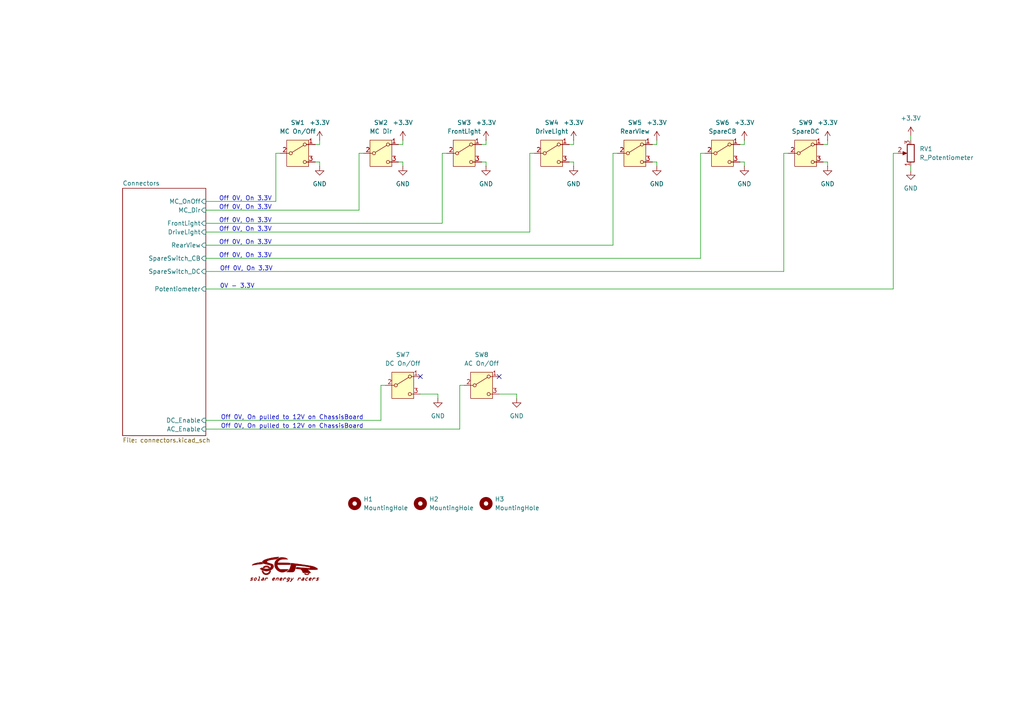
<source format=kicad_sch>
(kicad_sch
	(version 20250114)
	(generator "eeschema")
	(generator_version "9.0")
	(uuid "2babf612-d767-47be-8ee3-0737d3ac92e5")
	(paper "A4")
	(title_block
		(title "Switchboard")
		(date "2025-11-08")
		(rev "0")
		(company "Solar Energy Racers")
	)
	(lib_symbols
		(symbol "Device:R_Potentiometer"
			(pin_names
				(offset 1.016)
				(hide yes)
			)
			(exclude_from_sim no)
			(in_bom yes)
			(on_board yes)
			(property "Reference" "RV"
				(at -4.445 0 90)
				(effects
					(font
						(size 1.27 1.27)
					)
				)
			)
			(property "Value" "R_Potentiometer"
				(at -2.54 0 90)
				(effects
					(font
						(size 1.27 1.27)
					)
				)
			)
			(property "Footprint" ""
				(at 0 0 0)
				(effects
					(font
						(size 1.27 1.27)
					)
					(hide yes)
				)
			)
			(property "Datasheet" "~"
				(at 0 0 0)
				(effects
					(font
						(size 1.27 1.27)
					)
					(hide yes)
				)
			)
			(property "Description" "Potentiometer"
				(at 0 0 0)
				(effects
					(font
						(size 1.27 1.27)
					)
					(hide yes)
				)
			)
			(property "ki_keywords" "resistor variable"
				(at 0 0 0)
				(effects
					(font
						(size 1.27 1.27)
					)
					(hide yes)
				)
			)
			(property "ki_fp_filters" "Potentiometer*"
				(at 0 0 0)
				(effects
					(font
						(size 1.27 1.27)
					)
					(hide yes)
				)
			)
			(symbol "R_Potentiometer_0_1"
				(rectangle
					(start 1.016 2.54)
					(end -1.016 -2.54)
					(stroke
						(width 0.254)
						(type default)
					)
					(fill
						(type none)
					)
				)
				(polyline
					(pts
						(xy 1.143 0) (xy 2.286 0.508) (xy 2.286 -0.508) (xy 1.143 0)
					)
					(stroke
						(width 0)
						(type default)
					)
					(fill
						(type outline)
					)
				)
				(polyline
					(pts
						(xy 2.54 0) (xy 1.524 0)
					)
					(stroke
						(width 0)
						(type default)
					)
					(fill
						(type none)
					)
				)
			)
			(symbol "R_Potentiometer_1_1"
				(pin passive line
					(at 0 3.81 270)
					(length 1.27)
					(name "1"
						(effects
							(font
								(size 1.27 1.27)
							)
						)
					)
					(number "1"
						(effects
							(font
								(size 1.27 1.27)
							)
						)
					)
				)
				(pin passive line
					(at 0 -3.81 90)
					(length 1.27)
					(name "3"
						(effects
							(font
								(size 1.27 1.27)
							)
						)
					)
					(number "3"
						(effects
							(font
								(size 1.27 1.27)
							)
						)
					)
				)
				(pin passive line
					(at 3.81 0 180)
					(length 1.27)
					(name "2"
						(effects
							(font
								(size 1.27 1.27)
							)
						)
					)
					(number "2"
						(effects
							(font
								(size 1.27 1.27)
							)
						)
					)
				)
			)
			(embedded_fonts no)
		)
		(symbol "Imported_Symbols:LOGO"
			(pin_names
				(offset 1.016)
			)
			(exclude_from_sim no)
			(in_bom yes)
			(on_board yes)
			(property "Reference" "#G"
				(at 0 2.9821 0)
				(effects
					(font
						(size 1.27 1.27)
					)
					(hide yes)
				)
			)
			(property "Value" "LOGO"
				(at 0 -2.9821 0)
				(effects
					(font
						(size 1.27 1.27)
					)
					(hide yes)
				)
			)
			(property "Footprint" ""
				(at 0 0 0)
				(effects
					(font
						(size 1.27 1.27)
					)
					(hide yes)
				)
			)
			(property "Datasheet" ""
				(at 0 0 0)
				(effects
					(font
						(size 1.27 1.27)
					)
					(hide yes)
				)
			)
			(property "Description" ""
				(at 0 0 0)
				(effects
					(font
						(size 1.27 1.27)
					)
					(hide yes)
				)
			)
			(symbol "LOGO_0_0"
				(polyline
					(pts
						(xy -9.5354 -3.2731) (xy -9.3896 -3.2121) (xy -9.3274 -3.1579) (xy -9.2711 -3.0323) (xy -9.3155 -2.9047)
						(xy -9.4581 -2.7902) (xy -9.4826 -2.7767) (xy -9.6099 -2.6903) (xy -9.6343 -2.6327) (xy -9.5567 -2.6057)
						(xy -9.3777 -2.611) (xy -9.2641 -2.6188) (xy -9.1461 -2.6095) (xy -9.1098 -2.57) (xy -9.1377 -2.5079)
						(xy -9.2405 -2.456) (xy -9.3882 -2.4391) (xy -9.5481 -2.4601) (xy -9.6873 -2.5215) (xy -9.7344 -2.5592)
						(xy -9.7993 -2.6704) (xy -9.7577 -2.7826) (xy -9.6102 -2.8936) (xy -9.4761 -2.9843) (xy -9.4463 -3.0519)
						(xy -9.5207 -3.0959) (xy -9.6992 -3.1154) (xy -9.7784 -3.1179) (xy -9.9278 -3.1253) (xy -9.9962 -3.1392)
						(xy -10.003 -3.1668) (xy -9.9672 -3.2151) (xy -9.8709 -3.2712) (xy -9.7105 -3.2929) (xy -9.5354 -3.2731)
					)
					(stroke
						(width 0.01)
						(type default)
					)
					(fill
						(type outline)
					)
				)
				(polyline
					(pts
						(xy -9.2968 1.1706) (xy -9.1526 1.1932) (xy -8.9333 1.2299) (xy -8.6236 1.2821) (xy -8.6194 1.2828)
						(xy -8.2555 1.3384) (xy -7.8368 1.3941) (xy -7.4147 1.4435) (xy -7.0406 1.48) (xy -6.2306 1.5482)
						(xy -6.4109 1.7182) (xy -6.4613 1.7695) (xy -6.5543 1.8908) (xy -6.5912 1.9827) (xy -6.5911 1.9974)
						(xy -6.5945 2.0277) (xy -6.6133 2.0474) (xy -6.6603 2.0553) (xy -6.7484 2.0502) (xy -6.8905 2.031)
						(xy -7.0995 1.9965) (xy -7.3883 1.9456) (xy -7.7697 1.8772) (xy -7.9411 1.8451) (xy -8.3807 1.7468)
						(xy -8.7373 1.6381) (xy -9.0288 1.5127) (xy -9.2732 1.3646) (xy -9.2939 1.3494) (xy -9.3916 1.2634)
						(xy -9.4313 1.2021) (xy -9.4323 1.1901) (xy -9.4338 1.1718) (xy -9.4221 1.1615) (xy -9.3815 1.1606)
						(xy -9.2968 1.1706)
					)
					(stroke
						(width 0.01)
						(type default)
					)
					(fill
						(type outline)
					)
				)
				(polyline
					(pts
						(xy -8.4659 -3.2541) (xy -8.3058 -3.1428) (xy -8.1871 -2.9816) (xy -8.1176 -2.7994) (xy -8.1063 -2.6303)
						(xy -8.1605 -2.507) (xy -8.2698 -2.4543) (xy -8.4306 -2.4588) (xy -8.5969 -2.5212) (xy -8.7309 -2.6331)
						(xy -8.7998 -2.7424) (xy -8.8653 -2.9232) (xy -8.8793 -3.0694) (xy -8.7318 -3.0694) (xy -8.7175 -2.9424)
						(xy -8.7147 -2.9261) (xy -8.6744 -2.777) (xy -8.6235 -2.6745) (xy -8.5606 -2.6324) (xy -8.4349 -2.6025)
						(xy -8.3077 -2.6059) (xy -8.2294 -2.6463) (xy -8.2252 -2.6561) (xy -8.2296 -2.7515) (xy -8.2674 -2.8867)
						(xy -8.3233 -3.0159) (xy -8.3817 -3.0937) (xy -8.4615 -3.1205) (xy -8.5943 -3.1339) (xy -8.6156 -3.134)
						(xy -8.7045 -3.1228) (xy -8.7318 -3.0694) (xy -8.8793 -3.0694) (xy -8.8816 -3.0936) (xy -8.8414 -3.2157)
						(xy -8.7833 -3.2637) (xy -8.6357 -3.2958) (xy -8.4659 -3.2541)
					)
					(stroke
						(width 0.01)
						(type default)
					)
					(fill
						(type outline)
					)
				)
				(polyline
					(pts
						(xy -7.4917 -3.2933) (xy -7.3456 -3.2719) (xy -7.2599 -3.2351) (xy -7.2499 -3.1923) (xy -7.331 -3.153)
						(xy -7.3371 -3.1514) (xy -7.3837 -3.1329) (xy -7.4036 -3.0955) (xy -7.3948 -3.0186) (xy -7.3551 -2.8816)
						(xy -7.2826 -2.6638) (xy -7.207 -2.4226) (xy -7.1726 -2.253) (xy -7.186 -2.1571) (xy -7.2493 -2.1227)
						(xy -7.3643 -2.1376) (xy -7.4111 -2.1524) (xy -7.49 -2.2051) (xy -7.4883 -2.2551) (xy -7.3998 -2.2774)
						(xy -7.36 -2.2806) (xy -7.3337 -2.3046) (xy -7.3366 -2.3697) (xy -7.3706 -2.4961) (xy -7.4372 -2.7037)
						(xy -7.4827 -2.837) (xy -7.5546 -3.013) (xy -7.6182 -3.1104) (xy -7.6827 -3.1458) (xy -7.7452 -3.1659)
						(xy -7.8106 -3.2285) (xy -7.8069 -3.2574) (xy -7.7325 -3.2865) (xy -7.5634 -3.2955) (xy -7.4917 -3.2933)
					)
					(stroke
						(width 0.01)
						(type default)
					)
					(fill
						(type outline)
					)
				)
				(polyline
					(pts
						(xy -6.4076 -3.2763) (xy -6.1436 -3.2647) (xy -6.0501 -2.9988) (xy -6.0416 -2.9744) (xy -5.973 -2.747)
						(xy -5.9556 -2.5965) (xy -5.9903 -2.5067) (xy -6.0779 -2.4612) (xy -6.1973 -2.4426) (xy -6.3418 -2.4614)
						(xy -6.4171 -2.5319) (xy -6.394 -2.5808) (xy -6.2742 -2.5989) (xy -6.1555 -2.6162) (xy -6.1089 -2.6793)
						(xy -6.1133 -2.7035) (xy -6.1758 -2.7467) (xy -6.3257 -2.7596) (xy -6.3349 -2.7597) (xy -6.5265 -2.7905)
						(xy -6.674 -2.8912) (xy -6.7125 -2.9339) (xy -6.7732 -3.041) (xy -6.6349 -3.041) (xy -6.589 -2.9815)
						(xy -6.4846 -2.9377) (xy -6.3615 -2.9218) (xy -6.259 -2.9383) (xy -6.2161 -2.9918) (xy -6.2269 -3.0339)
						(xy -6.3009 -3.1022) (xy -6.3795 -3.1219) (xy -6.5191 -3.1347) (xy -6.5203 -3.1347) (xy -6.619 -3.1136)
						(xy -6.6349 -3.041) (xy -6.7732 -3.041) (xy -6.789 -3.0689) (xy -6.7994 -3.1875) (xy -6.7386 -3.2604)
						(xy -6.7033 -3.2686) (xy -6.5757 -3.2778) (xy -6.4076 -3.2763)
					)
					(stroke
						(width 0.01)
						(type default)
					)
					(fill
						(type outline)
					)
				)
				(polyline
					(pts
						(xy -5.7082 -3.2661) (xy -5.6439 -3.1726) (xy -5.586 -3.0397) (xy -5.5742 -3.008) (xy -5.4931 -2.8688)
						(xy -5.3821 -2.7465) (xy -5.2611 -2.6539) (xy -5.15 -2.6039) (xy -5.0687 -2.6096) (xy -5.0372 -2.6837)
						(xy -5.0284 -2.7286) (xy -4.9821 -2.7486) (xy -4.9242 -2.7049) (xy -4.8867 -2.6127) (xy -4.8909 -2.5463)
						(xy -4.9598 -2.4749) (xy -5.0868 -2.4632) (xy -5.2489 -2.5171) (xy -5.2496 -2.5175) (xy -5.359 -2.5691)
						(xy -5.4037 -2.5666) (xy -5.4123 -2.5084) (xy -5.4126 -2.4865) (xy -5.428 -2.4448) (xy -5.484 -2.4936)
						(xy -5.505 -2.523) (xy -5.568 -2.6444) (xy -5.6423 -2.8141) (xy -5.7132 -2.9959) (xy -5.7665 -3.1537)
						(xy -5.7874 -3.2512) (xy -5.7871 -3.2619) (xy -5.7617 -3.3019) (xy -5.7082 -3.2661)
					)
					(stroke
						(width 0.01)
						(type default)
					)
					(fill
						(type outline)
					)
				)
				(polyline
					(pts
						(xy -5.1786 -1.6132) (xy -4.8631 -1.5451) (xy -4.5788 -1.4218) (xy -4.36 -1.251) (xy -4.2404 -1.0901)
						(xy -4.1302 -0.891) (xy -4.05 -0.6951) (xy -4.0191 -0.5422) (xy -4.0199 -0.4899) (xy -4.0368 -0.4409)
						(xy -4.0974 -0.4442) (xy -4.2297 -0.4932) (xy -4.3833 -0.5776) (xy -4.5045 -0.7311) (xy -4.559 -0.8326)
						(xy -4.7362 -1.021) (xy -4.9728 -1.1609) (xy -5.2383 -1.237) (xy -5.5024 -1.2341) (xy -5.6096 -1.2002)
						(xy -5.8088 -1.0815) (xy -5.9868 -0.916) (xy -6.1038 -0.737) (xy -6.1974 -0.6118) (xy -6.3783 -0.4996)
						(xy -6.4441 -0.4722) (xy -6.5438 -0.4381) (xy -6.5838 -0.4486) (xy -6.5912 -0.5044) (xy -6.5863 -0.5481)
						(xy -6.5344 -0.7047) (xy -6.441 -0.8987) (xy -6.3246 -1.0969) (xy -6.204 -1.2664) (xy -6.098 -1.3742)
						(xy -6.0937 -1.3772) (xy -5.922 -1.4797) (xy -5.74 -1.5637) (xy -5.4913 -1.6184) (xy -5.1786 -1.6132)
					)
					(stroke
						(width 0.01)
						(type default)
					)
					(fill
						(type outline)
					)
				)
				(polyline
					(pts
						(xy -5.0169 -0.5364) (xy -4.7961 -0.5065) (xy -4.7015 -0.491) (xy -4.3126 -0.3872) (xy -3.9638 -0.2308)
						(xy -3.6663 -0.0322) (xy -3.4312 0.1982) (xy -3.2697 0.45) (xy -3.1926 0.7128) (xy -3.2112 0.9764)
						(xy -3.2166 0.9962) (xy -3.2691 1.1559) (xy -3.3375 1.2825) (xy -3.4364 1.3853) (xy -3.5808 1.4736)
						(xy -3.7854 1.5566) (xy -4.0651 1.6438) (xy -4.4347 1.7443) (xy -4.4942 1.7606) (xy -4.713 1.8303)
						(xy -4.8968 1.9032) (xy -5.0108 1.9658) (xy -5.1021 2.0585) (xy -5.142 2.1865) (xy -5.083 2.3102)
						(xy -4.9301 2.4275) (xy -4.6881 2.5363) (xy -4.362 2.6346) (xy -3.9566 2.7203) (xy -3.4768 2.7914)
						(xy -2.9275 2.8457) (xy -2.86 2.851) (xy -2.6568 2.871) (xy -2.5075 2.9008) (xy -2.377 2.9538)
						(xy -2.23 3.043) (xy -2.0313 3.1816) (xy -1.9505 3.2402) (xy -1.7773 3.3774) (xy -1.6773 3.477)
						(xy -1.66 3.5302) (xy -1.7029 3.5451) (xy -1.844 3.5514) (xy -2.0634 3.5406) (xy -2.3454 3.5144)
						(xy -2.6738 3.4748) (xy -3.0326 3.4234) (xy -3.406 3.362) (xy -3.7779 3.2926) (xy -4.4237 3.1521)
						(xy -5.0079 2.9987) (xy -5.4969 2.8396) (xy -5.889 2.676) (xy -6.1826 2.5087) (xy -6.3759 2.3388)
						(xy -6.4671 2.1672) (xy -6.4546 1.995) (xy -6.3367 1.823) (xy -6.2891 1.7766) (xy -6.2199 1.7187)
						(xy -6.1391 1.6695) (xy -6.0311 1.6234) (xy -5.8805 1.5752) (xy -5.6717 1.5194) (xy -5.3894 1.4507)
						(xy -5.0181 1.3636) (xy -4.7758 1.3056) (xy -4.4997 1.2355) (xy -4.2723 1.173) (xy -4.1121 1.1235)
						(xy -4.038 1.0921) (xy -4.0059 1.0586) (xy -3.9582 0.9194) (xy -3.9827 0.7457) (xy -4.0694 0.5606)
						(xy -4.2087 0.3874) (xy -4.3909 0.2495) (xy -4.6265 0.1578) (xy -4.9467 0.1022) (xy -5.3059 0.0909)
						(xy -5.6738 0.1229) (xy -6.0207 0.1972) (xy -6.3163 0.3128) (xy -6.5659 0.4434) (xy -6.8522 0.2983)
						(xy -7.1385 0.1532) (xy -6.9649 0.0071) (xy -6.6113 -0.2281) (xy -6.1748 -0.4053) (xy -5.6806 -0.5104)
						(xy -5.5155 -0.5311) (xy -5.3323 -0.5485) (xy -5.1809 -0.5504) (xy -5.0169 -0.5364)
					)
					(stroke
						(width 0.01)
						(type default)
					)
					(fill
						(type outline)
					)
				)
				(polyline
					(pts
						(xy -4.4255 0.3771) (xy -4.4238 0.3782) (xy -4.3271 0.4527) (xy -4.287 0.5053) (xy -4.2926 0.5249)
						(xy -4.3594 0.6088) (xy -4.4796 0.7173) (xy -4.6255 0.8268) (xy -4.7693 0.9137) (xy -4.8119 0.9329)
						(xy -5.0418 0.9893) (xy -5.3132 1.0038) (xy -5.5799 0.9766) (xy -5.7956 0.9079) (xy -5.8738 0.8666)
						(xy -6.085 0.7373) (xy -6.2213 0.623) (xy -6.2697 0.534) (xy -6.2697 0.5337) (xy -6.2262 0.458)
						(xy -6.1223 0.3813) (xy -6.0692 0.3551) (xy -5.9719 0.3325) (xy -5.8946 0.3731) (xy -5.785 0.4558)
						(xy -5.5058 0.5794) (xy -5.2111 0.6053) (xy -4.9204 0.5336) (xy -4.6532 0.3645) (xy -4.6042 0.3276)
						(xy -4.5318 0.3195) (xy -4.4255 0.3771)
					)
					(stroke
						(width 0.01)
						(type default)
					)
					(fill
						(type outline)
					)
				)
				(polyline
					(pts
						(xy -3.1048 -3.2704) (xy -2.9863 -3.2322) (xy -2.9575 -3.1875) (xy -3.0221 -3.1503) (xy -3.184 -3.1347)
						(xy -3.2811 -3.1319) (xy -3.3953 -3.1085) (xy -3.4296 -3.0572) (xy -3.4154 -3.022) (xy -3.3284 -2.9839)
						(xy -3.1493 -2.9634) (xy -3.053 -2.9566) (xy -2.9269 -2.9343) (xy -2.8589 -2.8865) (xy -2.8165 -2.797)
						(xy -2.7957 -2.7025) (xy -2.8231 -2.5622) (xy -2.9167 -2.4722) (xy -3.0544 -2.4409) (xy -3.2138 -2.4764)
						(xy -3.3728 -2.5874) (xy -3.4828 -2.7337) (xy -3.4854 -2.74) (xy -3.3705 -2.74) (xy -3.2989 -2.6552)
						(xy -3.1987 -2.6125) (xy -3.0725 -2.6094) (xy -2.9656 -2.6425) (xy -2.9205 -2.7061) (xy -2.9236 -2.7255)
						(xy -2.9891 -2.7768) (xy -3.1483 -2.8029) (xy -3.2129 -2.8059) (xy -3.3414 -2.7907) (xy -3.3705 -2.74)
						(xy -3.4854 -2.74) (xy -3.5582 -2.9164) (xy -3.5783 -3.0894) (xy -3.5342 -3.2183) (xy -3.527 -3.2262)
						(xy -3.4168 -3.2785) (xy -3.2241 -3.2847) (xy -3.1048 -3.2704)
					)
					(stroke
						(width 0.01)
						(type default)
					)
					(fill
						(type outline)
					)
				)
				(polyline
					(pts
						(xy -2.5125 -3.2582) (xy -2.4574 -3.1653) (xy -2.4036 -3.0223) (xy -2.3703 -2.9371) (xy -2.2563 -2.7682)
						(xy -2.11 -2.646) (xy -1.9611 -2.5989) (xy -1.906 -2.6118) (xy -1.8806 -2.6694) (xy -1.8957 -2.7902)
						(xy -1.9508 -2.9923) (xy -1.9735 -3.0784) (xy -1.9927 -3.2073) (xy -1.9802 -3.2703) (xy -1.9597 -3.2762)
						(xy -1.9013 -3.226) (xy -1.8368 -3.0761) (xy -1.7644 -2.8232) (xy -1.7447 -2.7424) (xy -1.7203 -2.607)
						(xy -1.7288 -2.5325) (xy -1.7708 -2.4895) (xy -1.8329 -2.4685) (xy -1.956 -2.4778) (xy -2.0551 -2.5003)
						(xy -2.2082 -2.5112) (xy -2.2835 -2.517) (xy -2.3445 -2.5569) (xy -2.3982 -2.654) (xy -2.4628 -2.8314)
						(xy -2.5134 -2.9897) (xy -2.5559 -3.142) (xy -2.5722 -3.2287) (xy -2.5553 -3.2844) (xy -2.5125 -3.2582)
					)
					(stroke
						(width 0.01)
						(type default)
					)
					(fill
						(type outline)
					)
				)
				(polyline
					(pts
						(xy -1.1129 -3.2848) (xy -0.9692 -3.2689) (xy -0.8481 -3.2325) (xy -0.8185 -3.1891) (xy -0.8847 -3.1494)
						(xy -1.0508 -3.1244) (xy -1.1969 -3.107) (xy -1.313 -3.0683) (xy -1.3267 -3.0246) (xy -1.2384 -2.9888)
						(xy -1.0482 -2.974) (xy -0.9127 -2.9719) (xy -0.7968 -2.9558) (xy -0.734 -2.913) (xy -0.6932 -2.8308)
						(xy -0.6537 -2.6648) (xy -0.6925 -2.5453) (xy -0.8199 -2.4683) (xy -0.9618 -2.4477) (xy -1.1459 -2.5036)
						(xy -1.3042 -2.6431) (xy -1.3297 -2.6908) (xy -1.2337 -2.6908) (xy -1.1478 -2.6314) (xy -1.1219 -2.6221)
						(xy -0.9627 -2.5948) (xy -0.848 -2.6247) (xy -0.8039 -2.7061) (xy -0.816 -2.7679) (xy -0.878 -2.8042)
						(xy -1.0182 -2.8132) (xy -1.1401 -2.799) (xy -1.227 -2.7526) (xy -1.2337 -2.6908) (xy -1.3297 -2.6908)
						(xy -1.4162 -2.8529) (xy -1.4383 -2.9223) (xy -1.4678 -3.0845) (xy -1.4423 -3.1969) (xy -1.4381 -3.2045)
						(xy -1.3823 -3.2634) (xy -1.2845 -3.2873) (xy -1.1129 -3.2848)
					)
					(stroke
						(width 0.01)
						(type default)
					)
					(fill
						(type outline)
					)
				)
				(polyline
					(pts
						(xy -0.4067 -3.2712) (xy -0.3392 -3.1781) (xy -0.2712 -3.0358) (xy -0.2676 -3.0268) (xy -0.1849 -2.8807)
						(xy -0.0737 -2.7528) (xy 0.0466 -2.6558) (xy 0.1566 -2.6027) (xy 0.2368 -2.6062) (xy 0.2679 -2.6793)
						(xy 0.2772 -2.7167) (xy 0.3482 -2.7596) (xy 0.4 -2.7343) (xy 0.4286 -2.6293) (xy 0.4227 -2.5764)
						(xy 0.3554 -2.4827) (xy 0.2272 -2.4612) (xy 0.0562 -2.5171) (xy 0.0555 -2.5175) (xy -0.0539 -2.5691)
						(xy -0.0987 -2.5666) (xy -0.1072 -2.5084) (xy -0.1167 -2.4558) (xy -0.1548 -2.461) (xy -0.2131 -2.541)
						(xy -0.2814 -2.6812) (xy -0.3499 -2.8668) (xy -0.3906 -2.993) (xy -0.4411 -3.146) (xy -0.4719 -3.2358)
						(xy -0.4773 -3.2733) (xy -0.4299 -3.287) (xy -0.4067 -3.2712)
					)
					(stroke
						(width 0.01)
						(type default)
					)
					(fill
						(type outline)
					)
				)
				(polyline
					(pts
						(xy -0.0644 -0.7863) (xy 0.4018 -0.6011) (xy 0.8707 -0.3103) (xy 0.9816 -0.225) (xy 1.0852 -0.1333)
						(xy 1.1252 -0.0803) (xy 1.1123 -0.0738) (xy 1.0136 -0.0624) (xy 0.8304 -0.0533) (xy 0.5779 -0.047)
						(xy 0.2713 -0.044) (xy -0.0743 -0.0446) (xy -1.2738 -0.0535) (xy -1.5077 0.114) (xy -1.5943 0.1816)
						(xy -1.8313 0.4375) (xy -1.9985 0.735) (xy -2.0778 1.0446) (xy -2.1034 1.3115) (xy -0.2346 1.3256)
						(xy 1.6343 1.3397) (xy 1.6504 1.5593) (xy 1.6665 1.7789) (xy 1.2217 1.8135) (xy 1.0991 1.8207)
						(xy 0.855 1.8296) (xy 0.5396 1.8372) (xy 0.1732 1.8431) (xy -0.2234 1.847) (xy -0.6297 1.8485)
						(xy -0.9884 1.8495) (xy -1.3283 1.8525) (xy -1.6171 1.8571) (xy -1.8407 1.863) (xy -1.9851 1.87)
						(xy -2.0364 1.8777) (xy -2.0298 1.9152) (xy -1.9711 2.0443) (xy -1.8684 2.2065) (xy -1.7426 2.3707)
						(xy -1.6147 2.5059) (xy -1.5457 2.565) (xy -1.3891 2.6726) (xy -1.2117 2.7524) (xy -0.9963 2.8082)
						(xy -0.7257 2.8438) (xy -0.3827 2.8628) (xy 0.0498 2.8691) (xy 0.9377 2.8713) (xy 0.7533 3.0289)
						(xy 0.6025 3.1388) (xy 0.2517 3.2989) (xy -0.1822 3.3959) (xy -0.6967 3.4288) (xy -0.7011 3.4288)
						(xy -0.9625 3.4266) (xy -1.1505 3.4149) (xy -1.2985 3.3879) (xy -1.4398 3.3395) (xy -1.6077 3.2636)
						(xy -1.9057 3.092) (xy -2.2045 2.8668) (xy -2.4668 2.618) (xy -2.6597 2.3734) (xy -2.7244 2.2582)
						(xy -2.8538 1.9142) (xy -2.9248 1.5316) (xy -2.9282 1.1523) (xy -2.9076 1.0007) (xy -2.7822 0.5778)
						(xy -2.5688 0.1818) (xy -2.2814 -0.1721) (xy -1.9341 -0.4683) (xy -1.5409 -0.6917) (xy -1.1159 -0.8268)
						(xy -1.009 -0.8454) (xy -0.5329 -0.8673) (xy -0.0644 -0.7863)
					)
					(stroke
						(width 0.01)
						(type default)
					)
					(fill
						(type outline)
					)
				)
				(polyline
					(pts
						(xy 0.9277 -3.5862) (xy 1.0756 -3.5258) (xy 1.1547 -3.4642) (xy 1.2286 -3.362) (xy 1.303 -3.2005)
						(xy 1.3902 -2.9573) (xy 1.4631 -2.7359) (xy 1.5029 -2.5979) (xy 1.5117 -2.5256) (xy 1.4917 -2.5015)
						(xy 1.4449 -2.5077) (xy 1.3791 -2.5147) (xy 1.3097 -2.4867) (xy 1.2835 -2.4565) (xy 1.1799 -2.4293)
						(xy 1.0469 -2.4707) (xy 0.9075 -2.5665) (xy 0.7847 -2.7025) (xy 0.7015 -2.8643) (xy 0.6714 -2.9754)
						(xy 0.6752 -3.0172) (xy 0.8275 -3.0172) (xy 0.8367 -2.9213) (xy 0.8812 -2.7851) (xy 0.9361 -2.6732)
						(xy 1.0056 -2.6127) (xy 1.1106 -2.6086) (xy 1.2229 -2.6549) (xy 1.2818 -2.7577) (xy 1.2658 -2.8824)
						(xy 1.17 -2.9956) (xy 1.0509 -3.0581) (xy 0.9177 -3.0777) (xy 0.832 -3.0299) (xy 0.8275 -3.0172)
						(xy 0.6752 -3.0172) (xy 0.68 -3.0695) (xy 0.749 -3.1574) (xy 0.8038 -3.2065) (xy 0.8926 -3.2375)
						(xy 1.018 -3.2048) (xy 1.0677 -3.1871) (xy 1.1584 -3.1722) (xy 1.1661 -3.2197) (xy 1.0954 -3.3372)
						(xy 1.0799 -3.3577) (xy 0.9728 -3.4342) (xy 0.8038 -3.4563) (xy 0.7827 -3.4565) (xy 0.6301 -3.4757)
						(xy 0.5554 -3.5204) (xy 0.573 -3.5828) (xy 0.6275 -3.6089) (xy 0.7641 -3.6155) (xy 0.9277 -3.5862)
					)
					(stroke
						(width 0.01)
						(type default)
					)
					(fill
						(type outline)
					)
				)
				(polyline
					(pts
						(xy 1.717 -3.6072) (xy 1.8316 -3.55) (xy 1.8644 -3.5185) (xy 1.9617 -3.4096) (xy 2.0944 -3.2508)
						(xy 2.2437 -3.0643) (xy 2.288 -3.0072) (xy 2.4559 -2.7763) (xy 2.5492 -2.6158) (xy 2.5695 -2.5221)
						(xy 2.5185 -2.4917) (xy 2.5059 -2.493) (xy 2.4649 -2.5365) (xy 2.444 -2.5833) (xy 2.372 -2.6936)
						(xy 2.2664 -2.8361) (xy 2.1874 -2.935) (xy 2.1065 -3.0204) (xy 2.0593 -3.0358) (xy 2.029 -2.9923)
						(xy 2.0253 -2.982) (xy 1.9991 -2.854) (xy 1.9864 -2.6927) (xy 1.9849 -2.6566) (xy 1.9648 -2.5391)
						(xy 1.9301 -2.4917) (xy 1.8906 -2.5106) (xy 1.8508 -2.6121) (xy 1.8429 -2.7826) (xy 1.8696 -3.0008)
						(xy 1.8829 -3.0889) (xy 1.8735 -3.29) (xy 1.7961 -3.414) (xy 1.6528 -3.4563) (xy 1.5981 -3.4698)
						(xy 1.5539 -3.5366) (xy 1.5562 -3.5557) (xy 1.6127 -3.6084) (xy 1.717 -3.6072)
					)
					(stroke
						(width 0.01)
						(type default)
					)
					(fill
						(type outline)
					)
				)
				(polyline
					(pts
						(xy 3.9047 -3.2023) (xy 3.9727 -3.0243) (xy 4.0427 -2.868) (xy 4.2082 -2.705) (xy 4.3202 -2.6447)
						(xy 4.4507 -2.6026) (xy 4.5289 -2.6136) (xy 4.5354 -2.6793) (xy 4.5292 -2.7241) (xy 4.5833 -2.7596)
						(xy 4.6432 -2.718) (xy 4.6614 -2.6233) (xy 4.6389 -2.5208) (xy 4.5767 -2.4556) (xy 4.5635 -2.452)
						(xy 4.4505 -2.4608) (xy 4.3088 -2.51) (xy 4.2848 -2.5214) (xy 4.1781 -2.5663) (xy 4.1344 -2.5614)
						(xy 4.1261 -2.5062) (xy 4.1257 -2.4837) (xy 4.1099 -2.4444) (xy 4.0525 -2.4936) (xy 4.0519 -2.4942)
						(xy 3.9989 -2.5816) (xy 3.9354 -2.7269) (xy 3.8722 -2.899) (xy 3.8198 -3.0666) (xy 3.7889 -3.1984)
						(xy 3.7901 -3.2632) (xy 3.839 -3.2777) (xy 3.9047 -3.2023)
					)
					(stroke
						(width 0.01)
						(type default)
					)
					(fill
						(type outline)
					)
				)
				(polyline
					(pts
						(xy 5.2326 -3.2811) (xy 5.5195 -3.2687) (xy 5.6316 -2.9319) (xy 5.6651 -2.8241) (xy 5.703 -2.6293)
						(xy 5.6783 -2.5096) (xy 5.586 -2.4534) (xy 5.4209 -2.4488) (xy 5.3867 -2.4525) (xy 5.2562 -2.488)
						(xy 5.2083 -2.5369) (xy 5.2482 -2.5802) (xy 5.3809 -2.5989) (xy 5.4057 -2.5992) (xy 5.5333 -2.6205)
						(xy 5.5729 -2.6793) (xy 5.5655 -2.7097) (xy 5.4971 -2.7482) (xy 5.3419 -2.7596) (xy 5.1547 -2.7814)
						(xy 4.9936 -2.8689) (xy 4.9743 -2.8887) (xy 4.8991 -3.0177) (xy 4.895 -3.041) (xy 5.047 -3.041)
						(xy 5.0928 -2.9815) (xy 5.1973 -2.9377) (xy 5.3204 -2.9218) (xy 5.4229 -2.9383) (xy 5.4657 -2.9918)
						(xy 5.4549 -3.0339) (xy 5.381 -3.1022) (xy 5.3024 -3.1219) (xy 5.1627 -3.1347) (xy 5.1616 -3.1347)
						(xy 5.0629 -3.1136) (xy 5.047 -3.041) (xy 4.895 -3.041) (xy 4.8748 -3.1561) (xy 4.911 -3.2588)
						(xy 4.9464 -3.2711) (xy 5.0659 -3.282) (xy 5.2326 -3.2811)
					)
					(stroke
						(width 0.01)
						(type default)
					)
					(fill
						(type outline)
					)
				)
				(polyline
					(pts
						(xy 6.4174 -3.2749) (xy 6.5373 -3.2375) (xy 6.5823 -3.191) (xy 6.5442 -3.1515) (xy 6.4145 -3.1347)
						(xy 6.3954 -3.1345) (xy 6.2279 -3.097) (xy 6.1358 -3.0059) (xy 6.1332 -2.8742) (xy 6.1965 -2.7558)
						(xy 6.3414 -2.6547) (xy 6.5721 -2.6007) (xy 6.6116 -2.5953) (xy 6.7574 -2.5592) (xy 6.815 -2.5157)
						(xy 6.7792 -2.4757) (xy 6.6447 -2.4503) (xy 6.5785 -2.4496) (xy 6.3528 -2.5086) (xy 6.1566 -2.6477)
						(xy 6.0223 -2.8463) (xy 5.9754 -2.9777) (xy 5.9763 -3.0703) (xy 6.0287 -3.1695) (xy 6.0883 -3.2426)
						(xy 6.1816 -3.2845) (xy 6.3355 -3.285) (xy 6.4174 -3.2749)
					)
					(stroke
						(width 0.01)
						(type default)
					)
					(fill
						(type outline)
					)
				)
				(polyline
					(pts
						(xy 6.5824 -1.624) (xy 6.816 -1.5671) (xy 7.0044 -1.4693) (xy 7.1184 -1.337) (xy 7.1488 -1.2599)
						(xy 7.1308 -1.2142) (xy 7.0269 -1.2056) (xy 6.9048 -1.2316) (xy 6.7786 -1.3128) (xy 6.6581 -1.392)
						(xy 6.4589 -1.42) (xy 6.2952 -1.4022) (xy 6.1211 -1.3128) (xy 6.1188 -1.3107) (xy 6.0032 -1.2395)
						(xy 5.8769 -1.2082) (xy 5.7754 -1.2199) (xy 5.7337 -1.2777) (xy 5.7762 -1.3762) (xy 5.8933 -1.4854)
						(xy 6.0563 -1.5745) (xy 6.0958 -1.589) (xy 6.3326 -1.6335) (xy 6.5824 -1.624)
					)
					(stroke
						(width 0.01)
						(type default)
					)
					(fill
						(type outline)
					)
				)
				(polyline
					(pts
						(xy 7.4529 -3.2805) (xy 7.5837 -3.2523) (xy 7.6497 -3.2017) (xy 7.6496 -3.1782) (xy 7.5857 -3.1451)
						(xy 7.4261 -3.1347) (xy 7.3291 -3.1319) (xy 7.2149 -3.1085) (xy 7.1805 -3.0572) (xy 7.1947 -3.022)
						(xy 7.2818 -2.9839) (xy 7.4608 -2.9634) (xy 7.5571 -2.9566) (xy 7.6832 -2.9343) (xy 7.7512 -2.8865)
						(xy 7.7937 -2.797) (xy 7.8139 -2.7069) (xy 7.7878 -2.5657) (xy 7.6951 -2.4739) (xy 7.5581 -2.4404)
						(xy 7.3995 -2.4739) (xy 7.2417 -2.583) (xy 7.2378 -2.587) (xy 7.1288 -2.74) (xy 7.2396 -2.74)
						(xy 7.3112 -2.6552) (xy 7.4115 -2.6125) (xy 7.5377 -2.6094) (xy 7.6445 -2.6425) (xy 7.6896 -2.7061)
						(xy 7.6865 -2.7255) (xy 7.621 -2.7768) (xy 7.4618 -2.8029) (xy 7.3972 -2.8059) (xy 7.2687 -2.7907)
						(xy 7.2396 -2.74) (xy 7.1288 -2.74) (xy 7.1259 -2.744) (xy 7.0561 -2.9258) (xy 7.0374 -3.0969)
						(xy 7.0789 -3.2218) (xy 7.1584 -3.2644) (xy 7.2977 -3.285) (xy 7.4529 -3.2805)
					)
					(stroke
						(width 0.01)
						(type default)
					)
					(fill
						(type outline)
					)
				)
				(polyline
					(pts
						(xy 7.4882 -1.0786) (xy 7.5422 -1.0531) (xy 7.5556 -1.0091) (xy 7.5262 -0.9487) (xy 7.4325 -0.8285)
						(xy 7.2897 -0.6705) (xy 7.1135 -0.4931) (xy 6.6714 -0.0666) (xy 7.1269 -0.101) (xy 7.2503 -0.1093)
						(xy 7.5542 -0.1235) (xy 7.8892 -0.1325) (xy 8.2355 -0.1365) (xy 8.5734 -0.1355) (xy 8.8831 -0.1297)
						(xy 9.145 -0.1192) (xy 9.3393 -0.1042) (xy 9.4462 -0.0848) (xy 9.547 -0.025) (xy 9.5919 0.0476)
						(xy 9.5495 0.1464) (xy 9.4192 0.2716) (xy 9.2174 0.4077) (xy 8.9606 0.5458) (xy 8.6654 0.6771)
						(xy 8.3483 0.7927) (xy 8.0258 0.8838) (xy 7.9427 0.9022) (xy 7.6987 0.9494) (xy 7.3698 1.007)
						(xy 6.9705 1.0729) (xy 6.5153 1.1449) (xy 6.0188 1.221) (xy 5.4952 1.2989) (xy 4.9592 1.3765)
						(xy 4.4252 1.4518) (xy 3.9077 1.5225) (xy 3.4212 1.5864) (xy 2.9801 1.6416) (xy 2.5989 1.6858)
						(xy 2.4544 1.7021) (xy 2.2267 1.7297) (xy 2.0462 1.7539) (xy 1.9424 1.7709) (xy 1.9398 1.7715)
						(xy 1.8621 1.7758) (xy 1.8283 1.7259) (xy 1.82 1.5953) (xy 1.7982 1.299) (xy 1.7251 0.8951) (xy 1.6124 0.4944)
						(xy 1.472 0.1471) (xy 1.365 -0.0545) (xy 1.2508 -0.2191) (xy 1.108 -0.3633) (xy 0.9049 -0.5247)
						(xy 0.5319 -0.8037) (xy 1.5338 -0.8183) (xy 1.5426 -0.8185) (xy 1.9132 -0.8232) (xy 2.1938 -0.8213)
						(xy 2.4011 -0.8075) (xy 2.5518 -0.7764) (xy 2.6629 -0.7225) (xy 2.751 -0.6405) (xy 2.8329 -0.5249)
						(xy 2.9254 -0.3704) (xy 2.9435 -0.3377) (xy 3.0319 -0.1338) (xy 3.1194 0.1273) (xy 3.1952 0.4067)
						(xy 3.2485 0.6659) (xy 3.2687 0.866) (xy 3.2687 1.045) (xy 3.6572 1.045) (xy 3.7041 1.0445) (xy 3.9574 1.0327)
						(xy 4.2881 1.0071) (xy 4.6734 0.9705) (xy 5.0903 0.9255) (xy 5.516 0.8749) (xy 5.9276 0.8212)
						(xy 6.3023 0.7673) (xy 6.6171 0.7158) (xy 6.8492 0.6693) (xy 6.8771 0.6627) (xy 7.1389 0.5882)
						(xy 7.3341 0.5103) (xy 7.4531 0.4347) (xy 7.4861 0.3677) (xy 7.4236 0.3149) (xy 7.4172 0.3127)
						(xy 7.3648 0.3028) (xy 7.2783 0.2982) (xy 7.1488 0.2992) (xy 6.967 0.3065) (xy 6.7239 0.3206)
						(xy 6.4104 0.3419) (xy 6.0175 0.371) (xy 5.5359 0.4084) (xy 4.9567 0.4546) (xy 4.667 0.4777) (xy 4.3181 0.505)
						(xy 4.0134 0.5284) (xy 3.7684 0.5465) (xy 3.5989 0.5583) (xy 3.5205 0.5625) (xy 3.4905 0.554)
						(xy 3.4103 0.4777) (xy 3.3357 0.3557) (xy 3.2889 0.2292) (xy 3.2922 0.1393) (xy 3.3335 0.1234)
						(xy 3.4636 0.1022) (xy 3.6591 0.0824) (xy 3.8968 0.0668) (xy 4.078 0.0555) (xy 4.3153 0.0336)
						(xy 4.5047 0.008) (xy 4.6165 -0.0179) (xy 4.8077 -0.1384) (xy 5.0038 -0.3714) (xy 5.1818 -0.7074)
						(xy 5.3275 -1.0418) (xy 5.9995 -1.0585) (xy 6.2474 -1.0647) (xy 6.5723 -1.0729) (xy 6.8752 -1.0806)
						(xy 7.1135 -1.0868) (xy 7.1767 -1.0883) (xy 7.3732 -1.0892) (xy 7.4882 -1.0786)
					)
					(stroke
						(width 0.01)
						(type default)
					)
					(fill
						(type outline)
					)
				)
				(polyline
					(pts
						(xy 8.138 -3.2023) (xy 8.206 -3.0243) (xy 8.276 -2.868) (xy 8.4415 -2.705) (xy 8.5536 -2.6447)
						(xy 8.684 -2.6026) (xy 8.7622 -2.6136) (xy 8.7687 -2.6793) (xy 8.7625 -2.7241) (xy 8.8166 -2.7596)
						(xy 8.8765 -2.718) (xy 8.8947 -2.6233) (xy 8.8722 -2.5208) (xy 8.81 -2.4556) (xy 8.7968 -2.452)
						(xy 8.6839 -2.4608) (xy 8.5421 -2.51) (xy 8.5182 -2.5214) (xy 8.4114 -2.5663) (xy 8.3678 -2.5614)
						(xy 8.3594 -2.5062) (xy 8.3591 -2.4837) (xy 8.3432 -2.4444) (xy 8.2858 -2.4936) (xy 8.2853 -2.4942)
						(xy 8.2322 -2.5816) (xy 8.1688 -2.7269) (xy 8.1055 -2.899) (xy 8.0531 -3.0666) (xy 8.0222 -3.1984)
						(xy 8.0235 -3.2632) (xy 8.0723 -3.2777) (xy 8.138 -3.2023)
					)
					(stroke
						(width 0.01)
						(type default)
					)
					(fill
						(type outline)
					)
				)
				(polyline
					(pts
						(xy 9.5738 -3.2672) (xy 9.7304 -3.1619) (xy 9.7804 -3.1037) (xy 9.824 -2.9746) (xy 9.7618 -2.8598)
						(xy 9.594 -2.7605) (xy 9.569 -2.7498) (xy 9.454 -2.6825) (xy 9.4406 -2.6328) (xy 9.5243 -2.607)
						(xy 9.7007 -2.6111) (xy 9.722 -2.6131) (xy 9.8964 -2.6159) (xy 9.9886 -2.592) (xy 9.9904 -2.5466)
						(xy 9.8938 -2.4852) (xy 9.7973 -2.4581) (xy 9.6168 -2.4561) (xy 9.4426 -2.4969) (xy 9.3234 -2.5728)
						(xy 9.2818 -2.6848) (xy 9.3442 -2.7968) (xy 9.5109 -2.9041) (xy 9.5419 -2.9194) (xy 9.6562 -2.9972)
						(xy 9.6669 -3.0565) (xy 9.576 -3.0938) (xy 9.3857 -3.1057) (xy 9.3231 -3.1064) (xy 9.1645 -3.1287)
						(xy 9.1043 -3.1804) (xy 9.1454 -3.2598) (xy 9.1549 -3.2661) (xy 9.2465 -3.287) (xy 9.3889 -3.2955)
						(xy 9.5738 -3.2672)
					)
					(stroke
						(width 0.01)
						(type default)
					)
					(fill
						(type outline)
					)
				)
			)
			(embedded_fonts no)
		)
		(symbol "Mechanical:MountingHole"
			(pin_names
				(offset 1.016)
			)
			(exclude_from_sim no)
			(in_bom no)
			(on_board yes)
			(property "Reference" "H"
				(at 0 5.08 0)
				(effects
					(font
						(size 1.27 1.27)
					)
				)
			)
			(property "Value" "MountingHole"
				(at 0 3.175 0)
				(effects
					(font
						(size 1.27 1.27)
					)
				)
			)
			(property "Footprint" ""
				(at 0 0 0)
				(effects
					(font
						(size 1.27 1.27)
					)
					(hide yes)
				)
			)
			(property "Datasheet" "~"
				(at 0 0 0)
				(effects
					(font
						(size 1.27 1.27)
					)
					(hide yes)
				)
			)
			(property "Description" "Mounting Hole without connection"
				(at 0 0 0)
				(effects
					(font
						(size 1.27 1.27)
					)
					(hide yes)
				)
			)
			(property "ki_keywords" "mounting hole"
				(at 0 0 0)
				(effects
					(font
						(size 1.27 1.27)
					)
					(hide yes)
				)
			)
			(property "ki_fp_filters" "MountingHole*"
				(at 0 0 0)
				(effects
					(font
						(size 1.27 1.27)
					)
					(hide yes)
				)
			)
			(symbol "MountingHole_0_1"
				(circle
					(center 0 0)
					(radius 1.27)
					(stroke
						(width 1.27)
						(type default)
					)
					(fill
						(type none)
					)
				)
			)
			(embedded_fonts no)
		)
		(symbol "Switch:SW_SPDT"
			(pin_names
				(offset 0)
				(hide yes)
			)
			(exclude_from_sim no)
			(in_bom yes)
			(on_board yes)
			(property "Reference" "SW"
				(at 0 5.08 0)
				(effects
					(font
						(size 1.27 1.27)
					)
				)
			)
			(property "Value" "SW_SPDT"
				(at 0 -5.08 0)
				(effects
					(font
						(size 1.27 1.27)
					)
				)
			)
			(property "Footprint" ""
				(at 0 0 0)
				(effects
					(font
						(size 1.27 1.27)
					)
					(hide yes)
				)
			)
			(property "Datasheet" "~"
				(at 0 -7.62 0)
				(effects
					(font
						(size 1.27 1.27)
					)
					(hide yes)
				)
			)
			(property "Description" "Switch, single pole double throw"
				(at 0 0 0)
				(effects
					(font
						(size 1.27 1.27)
					)
					(hide yes)
				)
			)
			(property "ki_keywords" "switch single-pole double-throw spdt ON-ON"
				(at 0 0 0)
				(effects
					(font
						(size 1.27 1.27)
					)
					(hide yes)
				)
			)
			(symbol "SW_SPDT_0_1"
				(circle
					(center -2.032 0)
					(radius 0.4572)
					(stroke
						(width 0)
						(type default)
					)
					(fill
						(type none)
					)
				)
				(polyline
					(pts
						(xy -1.651 0.254) (xy 1.651 2.286)
					)
					(stroke
						(width 0)
						(type default)
					)
					(fill
						(type none)
					)
				)
				(circle
					(center 2.032 2.54)
					(radius 0.4572)
					(stroke
						(width 0)
						(type default)
					)
					(fill
						(type none)
					)
				)
				(circle
					(center 2.032 -2.54)
					(radius 0.4572)
					(stroke
						(width 0)
						(type default)
					)
					(fill
						(type none)
					)
				)
			)
			(symbol "SW_SPDT_1_1"
				(rectangle
					(start -3.175 3.81)
					(end 3.175 -3.81)
					(stroke
						(width 0)
						(type default)
					)
					(fill
						(type background)
					)
				)
				(pin passive line
					(at -5.08 0 0)
					(length 2.54)
					(name "B"
						(effects
							(font
								(size 1.27 1.27)
							)
						)
					)
					(number "2"
						(effects
							(font
								(size 1.27 1.27)
							)
						)
					)
				)
				(pin passive line
					(at 5.08 2.54 180)
					(length 2.54)
					(name "A"
						(effects
							(font
								(size 1.27 1.27)
							)
						)
					)
					(number "1"
						(effects
							(font
								(size 1.27 1.27)
							)
						)
					)
				)
				(pin passive line
					(at 5.08 -2.54 180)
					(length 2.54)
					(name "C"
						(effects
							(font
								(size 1.27 1.27)
							)
						)
					)
					(number "3"
						(effects
							(font
								(size 1.27 1.27)
							)
						)
					)
				)
			)
			(embedded_fonts no)
		)
		(symbol "power:+3.3V"
			(power)
			(pin_numbers
				(hide yes)
			)
			(pin_names
				(offset 0)
				(hide yes)
			)
			(exclude_from_sim no)
			(in_bom yes)
			(on_board yes)
			(property "Reference" "#PWR"
				(at 0 -3.81 0)
				(effects
					(font
						(size 1.27 1.27)
					)
					(hide yes)
				)
			)
			(property "Value" "+3.3V"
				(at 0 3.556 0)
				(effects
					(font
						(size 1.27 1.27)
					)
				)
			)
			(property "Footprint" ""
				(at 0 0 0)
				(effects
					(font
						(size 1.27 1.27)
					)
					(hide yes)
				)
			)
			(property "Datasheet" ""
				(at 0 0 0)
				(effects
					(font
						(size 1.27 1.27)
					)
					(hide yes)
				)
			)
			(property "Description" "Power symbol creates a global label with name \"+3.3V\""
				(at 0 0 0)
				(effects
					(font
						(size 1.27 1.27)
					)
					(hide yes)
				)
			)
			(property "ki_keywords" "global power"
				(at 0 0 0)
				(effects
					(font
						(size 1.27 1.27)
					)
					(hide yes)
				)
			)
			(symbol "+3.3V_0_1"
				(polyline
					(pts
						(xy -0.762 1.27) (xy 0 2.54)
					)
					(stroke
						(width 0)
						(type default)
					)
					(fill
						(type none)
					)
				)
				(polyline
					(pts
						(xy 0 2.54) (xy 0.762 1.27)
					)
					(stroke
						(width 0)
						(type default)
					)
					(fill
						(type none)
					)
				)
				(polyline
					(pts
						(xy 0 0) (xy 0 2.54)
					)
					(stroke
						(width 0)
						(type default)
					)
					(fill
						(type none)
					)
				)
			)
			(symbol "+3.3V_1_1"
				(pin power_in line
					(at 0 0 90)
					(length 0)
					(name "~"
						(effects
							(font
								(size 1.27 1.27)
							)
						)
					)
					(number "1"
						(effects
							(font
								(size 1.27 1.27)
							)
						)
					)
				)
			)
			(embedded_fonts no)
		)
		(symbol "power:GND"
			(power)
			(pin_numbers
				(hide yes)
			)
			(pin_names
				(offset 0)
				(hide yes)
			)
			(exclude_from_sim no)
			(in_bom yes)
			(on_board yes)
			(property "Reference" "#PWR"
				(at 0 -6.35 0)
				(effects
					(font
						(size 1.27 1.27)
					)
					(hide yes)
				)
			)
			(property "Value" "GND"
				(at 0 -3.81 0)
				(effects
					(font
						(size 1.27 1.27)
					)
				)
			)
			(property "Footprint" ""
				(at 0 0 0)
				(effects
					(font
						(size 1.27 1.27)
					)
					(hide yes)
				)
			)
			(property "Datasheet" ""
				(at 0 0 0)
				(effects
					(font
						(size 1.27 1.27)
					)
					(hide yes)
				)
			)
			(property "Description" "Power symbol creates a global label with name \"GND\" , ground"
				(at 0 0 0)
				(effects
					(font
						(size 1.27 1.27)
					)
					(hide yes)
				)
			)
			(property "ki_keywords" "global power"
				(at 0 0 0)
				(effects
					(font
						(size 1.27 1.27)
					)
					(hide yes)
				)
			)
			(symbol "GND_0_1"
				(polyline
					(pts
						(xy 0 0) (xy 0 -1.27) (xy 1.27 -1.27) (xy 0 -2.54) (xy -1.27 -1.27) (xy 0 -1.27)
					)
					(stroke
						(width 0)
						(type default)
					)
					(fill
						(type none)
					)
				)
			)
			(symbol "GND_1_1"
				(pin power_in line
					(at 0 0 270)
					(length 0)
					(name "~"
						(effects
							(font
								(size 1.27 1.27)
							)
						)
					)
					(number "1"
						(effects
							(font
								(size 1.27 1.27)
							)
						)
					)
				)
			)
			(embedded_fonts no)
		)
	)
	(text "Off 0V, On 3.3V"
		(exclude_from_sim no)
		(at 63.5 66.548 0)
		(effects
			(font
				(size 1.27 1.27)
			)
			(justify left)
		)
		(uuid "33d16db5-b086-4327-aab4-e3a9942860d0")
	)
	(text "Off 0V, On pulled to 12V on ChassisBoard"
		(exclude_from_sim no)
		(at 64.008 121.158 0)
		(effects
			(font
				(size 1.27 1.27)
			)
			(justify left)
		)
		(uuid "37ae9c93-699d-439f-8965-03d7530c5a15")
	)
	(text "Off 0V, On 3.3V"
		(exclude_from_sim no)
		(at 63.5 57.658 0)
		(effects
			(font
				(size 1.27 1.27)
			)
			(justify left)
		)
		(uuid "3b47556b-4849-4c40-be7a-665fedeef727")
	)
	(text "Off 0V, On 3.3V"
		(exclude_from_sim no)
		(at 63.5 60.198 0)
		(effects
			(font
				(size 1.27 1.27)
			)
			(justify left)
		)
		(uuid "582dda08-e87c-4fb4-aa6d-9fa3bf7c617b")
	)
	(text "Off 0V, On pulled to 12V on ChassisBoard"
		(exclude_from_sim no)
		(at 64.008 123.698 0)
		(effects
			(font
				(size 1.27 1.27)
			)
			(justify left)
		)
		(uuid "6b690315-c75d-422a-b56d-4a40282b3078")
	)
	(text "Off 0V, On 3.3V"
		(exclude_from_sim no)
		(at 63.5 64.008 0)
		(effects
			(font
				(size 1.27 1.27)
			)
			(justify left)
		)
		(uuid "7f560611-981d-446b-b1cd-4e8b4d236f3f")
	)
	(text "Off 0V, On 3.3V"
		(exclude_from_sim no)
		(at 63.754 77.978 0)
		(effects
			(font
				(size 1.27 1.27)
			)
			(justify left)
		)
		(uuid "823544b7-4bfc-4f98-888c-ddd3707b2f5a")
	)
	(text "Off 0V, On 3.3V"
		(exclude_from_sim no)
		(at 63.5 74.168 0)
		(effects
			(font
				(size 1.27 1.27)
			)
			(justify left)
		)
		(uuid "9a54648e-5e21-478b-a8df-19d420af84f6")
	)
	(text "0V - 3.3V"
		(exclude_from_sim no)
		(at 63.754 83.058 0)
		(effects
			(font
				(size 1.27 1.27)
			)
			(justify left)
		)
		(uuid "9b970e12-79e8-4ea4-b2f5-6b8bacdfeb07")
	)
	(text "Off 0V, On 3.3V"
		(exclude_from_sim no)
		(at 63.5 70.358 0)
		(effects
			(font
				(size 1.27 1.27)
			)
			(justify left)
		)
		(uuid "a0319dc6-5e4a-43c6-8f67-179aef4e6343")
	)
	(no_connect
		(at 144.78 109.22)
		(uuid "a55fd229-8c09-42a2-b109-6c2da03456fb")
	)
	(no_connect
		(at 121.92 109.22)
		(uuid "f810a9a7-c4a4-46e4-8d82-678a57392635")
	)
	(wire
		(pts
			(xy 116.84 40.64) (xy 116.84 41.91)
		)
		(stroke
			(width 0)
			(type default)
		)
		(uuid "05326c8e-4e21-49d6-893f-50a602735714")
	)
	(wire
		(pts
			(xy 259.08 44.45) (xy 259.08 83.82)
		)
		(stroke
			(width 0)
			(type default)
		)
		(uuid "07b7185e-bf6f-47de-8ebc-30a838494931")
	)
	(wire
		(pts
			(xy 80.01 44.45) (xy 81.28 44.45)
		)
		(stroke
			(width 0)
			(type default)
		)
		(uuid "109010a0-9933-4d13-9ef5-1b3377e1322c")
	)
	(wire
		(pts
			(xy 110.49 111.76) (xy 110.49 121.92)
		)
		(stroke
			(width 0)
			(type default)
		)
		(uuid "19f7da94-55f4-4eea-8e93-b417b1e25a0d")
	)
	(wire
		(pts
			(xy 92.71 41.91) (xy 91.44 41.91)
		)
		(stroke
			(width 0)
			(type default)
		)
		(uuid "1a1c15a5-c6cc-4608-9ed8-5304bdf45b00")
	)
	(wire
		(pts
			(xy 166.37 46.99) (xy 166.37 48.26)
		)
		(stroke
			(width 0)
			(type default)
		)
		(uuid "1c54b1da-aa82-4976-b405-32b4fb9b0d0a")
	)
	(wire
		(pts
			(xy 190.5 46.99) (xy 190.5 48.26)
		)
		(stroke
			(width 0)
			(type default)
		)
		(uuid "244e860d-53f2-4b25-a4a4-15a40440283b")
	)
	(wire
		(pts
			(xy 190.5 41.91) (xy 189.23 41.91)
		)
		(stroke
			(width 0)
			(type default)
		)
		(uuid "259068c9-47ac-41d9-91db-d07946d45463")
	)
	(wire
		(pts
			(xy 104.14 44.45) (xy 104.14 60.96)
		)
		(stroke
			(width 0)
			(type default)
		)
		(uuid "2ac243c0-bf4e-49d5-b998-1a822625275d")
	)
	(wire
		(pts
			(xy 240.03 40.64) (xy 240.03 41.91)
		)
		(stroke
			(width 0)
			(type default)
		)
		(uuid "2acf9fa4-5567-4681-a7fb-ce47806b1820")
	)
	(wire
		(pts
			(xy 166.37 41.91) (xy 165.1 41.91)
		)
		(stroke
			(width 0)
			(type default)
		)
		(uuid "2b80cb7c-9f20-470c-9866-9d156f271452")
	)
	(wire
		(pts
			(xy 140.97 40.64) (xy 140.97 41.91)
		)
		(stroke
			(width 0)
			(type default)
		)
		(uuid "2f3c1723-23f8-4781-8d04-b4f4fd795645")
	)
	(wire
		(pts
			(xy 264.16 39.37) (xy 264.16 40.64)
		)
		(stroke
			(width 0)
			(type default)
		)
		(uuid "341b691e-08d2-45ea-9adb-8b36064d0ef0")
	)
	(wire
		(pts
			(xy 105.41 44.45) (xy 104.14 44.45)
		)
		(stroke
			(width 0)
			(type default)
		)
		(uuid "382247ee-9696-4250-bf19-92d5b3830c8b")
	)
	(wire
		(pts
			(xy 215.9 41.91) (xy 214.63 41.91)
		)
		(stroke
			(width 0)
			(type default)
		)
		(uuid "38f58d64-80c0-4467-92bf-fd1dfd83a29c")
	)
	(wire
		(pts
			(xy 133.35 111.76) (xy 134.62 111.76)
		)
		(stroke
			(width 0)
			(type default)
		)
		(uuid "4d9966fc-dd43-44fc-8c09-81a276e5bae4")
	)
	(wire
		(pts
			(xy 115.57 46.99) (xy 116.84 46.99)
		)
		(stroke
			(width 0)
			(type default)
		)
		(uuid "4ff5b5eb-8d87-4adc-9325-976a53ee10ac")
	)
	(wire
		(pts
			(xy 259.08 83.82) (xy 59.69 83.82)
		)
		(stroke
			(width 0)
			(type default)
		)
		(uuid "504ca7a0-431d-40d0-b8fa-290d0822fa0b")
	)
	(wire
		(pts
			(xy 128.27 44.45) (xy 128.27 64.77)
		)
		(stroke
			(width 0)
			(type default)
		)
		(uuid "53db97c5-f2be-4d0f-9ccb-5086f02a9bc1")
	)
	(wire
		(pts
			(xy 227.33 44.45) (xy 227.33 78.74)
		)
		(stroke
			(width 0)
			(type default)
		)
		(uuid "5be81bba-d5c7-49fe-9b58-b9c7ee10af80")
	)
	(wire
		(pts
			(xy 121.92 114.3) (xy 127 114.3)
		)
		(stroke
			(width 0)
			(type default)
		)
		(uuid "5c859f6d-5b61-4d55-969b-e8c4dde70eb4")
	)
	(wire
		(pts
			(xy 59.69 121.92) (xy 110.49 121.92)
		)
		(stroke
			(width 0)
			(type default)
		)
		(uuid "5d58abb3-bd31-4075-86ef-a51ad4071c76")
	)
	(wire
		(pts
			(xy 190.5 40.64) (xy 190.5 41.91)
		)
		(stroke
			(width 0)
			(type default)
		)
		(uuid "5de4b38c-2c91-4705-abb6-894764c4fdb7")
	)
	(wire
		(pts
			(xy 127 114.3) (xy 127 115.57)
		)
		(stroke
			(width 0)
			(type default)
		)
		(uuid "5fef928b-2ab8-4ed5-b510-32890bae67b4")
	)
	(wire
		(pts
			(xy 215.9 46.99) (xy 215.9 48.26)
		)
		(stroke
			(width 0)
			(type default)
		)
		(uuid "607dddfa-7847-4027-8e41-a5143352becd")
	)
	(wire
		(pts
			(xy 153.67 67.31) (xy 59.69 67.31)
		)
		(stroke
			(width 0)
			(type default)
		)
		(uuid "64f25c39-3f18-4c18-a45c-58d3932f803c")
	)
	(wire
		(pts
			(xy 165.1 46.99) (xy 166.37 46.99)
		)
		(stroke
			(width 0)
			(type default)
		)
		(uuid "66970b8c-e09c-4abb-81bb-e94afac4f524")
	)
	(wire
		(pts
			(xy 59.69 78.74) (xy 227.33 78.74)
		)
		(stroke
			(width 0)
			(type default)
		)
		(uuid "679f42a9-a36e-4c54-abef-89cb33c791a8")
	)
	(wire
		(pts
			(xy 203.2 74.93) (xy 59.69 74.93)
		)
		(stroke
			(width 0)
			(type default)
		)
		(uuid "6e24e807-7fe7-4450-8095-31090218e3ce")
	)
	(wire
		(pts
			(xy 189.23 46.99) (xy 190.5 46.99)
		)
		(stroke
			(width 0)
			(type default)
		)
		(uuid "770f27d7-5e27-4d26-9eda-7c6bd0c4a191")
	)
	(wire
		(pts
			(xy 59.69 124.46) (xy 133.35 124.46)
		)
		(stroke
			(width 0)
			(type default)
		)
		(uuid "7b006fab-c0c9-4eac-9d2d-1b1cbeaf41a7")
	)
	(wire
		(pts
			(xy 177.8 44.45) (xy 177.8 71.12)
		)
		(stroke
			(width 0)
			(type default)
		)
		(uuid "7fa18746-3772-48dc-8fa3-047d13342541")
	)
	(wire
		(pts
			(xy 264.16 49.53) (xy 264.16 48.26)
		)
		(stroke
			(width 0)
			(type default)
		)
		(uuid "80111b4c-175e-4fb3-bb6c-ea38685f3de0")
	)
	(wire
		(pts
			(xy 179.07 44.45) (xy 177.8 44.45)
		)
		(stroke
			(width 0)
			(type default)
		)
		(uuid "83a4632f-6408-41a9-84a7-177525abb6d5")
	)
	(wire
		(pts
			(xy 59.69 58.42) (xy 80.01 58.42)
		)
		(stroke
			(width 0)
			(type default)
		)
		(uuid "855ebf88-92db-4d29-82e3-5ae08ad6b085")
	)
	(wire
		(pts
			(xy 240.03 46.99) (xy 240.03 48.26)
		)
		(stroke
			(width 0)
			(type default)
		)
		(uuid "87e8232e-3925-45c3-9381-3aaf87de23bb")
	)
	(wire
		(pts
			(xy 116.84 41.91) (xy 115.57 41.91)
		)
		(stroke
			(width 0)
			(type default)
		)
		(uuid "8facf730-aa07-4f1d-918a-35f5f851c33c")
	)
	(wire
		(pts
			(xy 260.35 44.45) (xy 259.08 44.45)
		)
		(stroke
			(width 0)
			(type default)
		)
		(uuid "9068ff34-a9ea-4ebc-96cf-280ac61e525c")
	)
	(wire
		(pts
			(xy 177.8 71.12) (xy 59.69 71.12)
		)
		(stroke
			(width 0)
			(type default)
		)
		(uuid "9bd1e3a5-5275-444b-b640-96c82d966678")
	)
	(wire
		(pts
			(xy 133.35 124.46) (xy 133.35 111.76)
		)
		(stroke
			(width 0)
			(type default)
		)
		(uuid "a84e3d23-23d4-4a49-84ac-32fa80084b0e")
	)
	(wire
		(pts
			(xy 166.37 40.64) (xy 166.37 41.91)
		)
		(stroke
			(width 0)
			(type default)
		)
		(uuid "b39c4a7f-7b1f-459f-a09d-8add8a38207d")
	)
	(wire
		(pts
			(xy 214.63 46.99) (xy 215.9 46.99)
		)
		(stroke
			(width 0)
			(type default)
		)
		(uuid "b735f21b-f88c-4561-af08-30c03fd20f97")
	)
	(wire
		(pts
			(xy 129.54 44.45) (xy 128.27 44.45)
		)
		(stroke
			(width 0)
			(type default)
		)
		(uuid "b7cc19c8-ff2d-4788-be52-8f1113f70fe6")
	)
	(wire
		(pts
			(xy 215.9 40.64) (xy 215.9 41.91)
		)
		(stroke
			(width 0)
			(type default)
		)
		(uuid "ba0b9d21-7877-4943-bdd5-65c162b9b3e8")
	)
	(wire
		(pts
			(xy 139.7 46.99) (xy 140.97 46.99)
		)
		(stroke
			(width 0)
			(type default)
		)
		(uuid "ba654b95-1ded-4d17-9a8c-7920d5440f7d")
	)
	(wire
		(pts
			(xy 153.67 44.45) (xy 153.67 67.31)
		)
		(stroke
			(width 0)
			(type default)
		)
		(uuid "bb734422-950c-4de2-9577-2f34e580c15f")
	)
	(wire
		(pts
			(xy 238.76 46.99) (xy 240.03 46.99)
		)
		(stroke
			(width 0)
			(type default)
		)
		(uuid "c0762406-a9ba-4121-a541-a35879014ab0")
	)
	(wire
		(pts
			(xy 91.44 46.99) (xy 92.71 46.99)
		)
		(stroke
			(width 0)
			(type default)
		)
		(uuid "c2b1daf0-52b3-42c8-bfdc-57b938f2617a")
	)
	(wire
		(pts
			(xy 92.71 46.99) (xy 92.71 48.26)
		)
		(stroke
			(width 0)
			(type default)
		)
		(uuid "c820b674-ca6e-4ace-a1b7-470ac779fcb5")
	)
	(wire
		(pts
			(xy 140.97 41.91) (xy 139.7 41.91)
		)
		(stroke
			(width 0)
			(type default)
		)
		(uuid "c9d79d3f-0add-41cb-8af7-06baea71a4bd")
	)
	(wire
		(pts
			(xy 104.14 60.96) (xy 59.69 60.96)
		)
		(stroke
			(width 0)
			(type default)
		)
		(uuid "d1088219-378a-4e32-885d-3012daa024fc")
	)
	(wire
		(pts
			(xy 80.01 58.42) (xy 80.01 44.45)
		)
		(stroke
			(width 0)
			(type default)
		)
		(uuid "d3e12f7f-2f6e-453c-8766-b5dd822ba045")
	)
	(wire
		(pts
			(xy 240.03 41.91) (xy 238.76 41.91)
		)
		(stroke
			(width 0)
			(type default)
		)
		(uuid "d7995181-c388-4c27-9f59-eec38e035b28")
	)
	(wire
		(pts
			(xy 227.33 44.45) (xy 228.6 44.45)
		)
		(stroke
			(width 0)
			(type default)
		)
		(uuid "d7f2146f-3c7f-4220-bb02-9365a8eeb289")
	)
	(wire
		(pts
			(xy 92.71 40.64) (xy 92.71 41.91)
		)
		(stroke
			(width 0)
			(type default)
		)
		(uuid "e15ace91-58f1-4701-98a6-f6b253ea6e5c")
	)
	(wire
		(pts
			(xy 154.94 44.45) (xy 153.67 44.45)
		)
		(stroke
			(width 0)
			(type default)
		)
		(uuid "e1c96fc5-4d28-44d2-ae7b-90b5e1731b7a")
	)
	(wire
		(pts
			(xy 140.97 46.99) (xy 140.97 48.26)
		)
		(stroke
			(width 0)
			(type default)
		)
		(uuid "e3395321-0d30-4ed5-8c32-870389512605")
	)
	(wire
		(pts
			(xy 128.27 64.77) (xy 59.69 64.77)
		)
		(stroke
			(width 0)
			(type default)
		)
		(uuid "e35c7b25-652b-4a8f-bf29-3249c8c8f25e")
	)
	(wire
		(pts
			(xy 203.2 44.45) (xy 204.47 44.45)
		)
		(stroke
			(width 0)
			(type default)
		)
		(uuid "e5120ddd-fbb3-4512-948b-954223fc188f")
	)
	(wire
		(pts
			(xy 203.2 44.45) (xy 203.2 74.93)
		)
		(stroke
			(width 0)
			(type default)
		)
		(uuid "e8ec5646-5fa8-4db2-8df7-0901efab0fd9")
	)
	(wire
		(pts
			(xy 111.76 111.76) (xy 110.49 111.76)
		)
		(stroke
			(width 0)
			(type default)
		)
		(uuid "f00580da-bb30-46ac-8507-6b79dcb70bde")
	)
	(wire
		(pts
			(xy 144.78 114.3) (xy 149.86 114.3)
		)
		(stroke
			(width 0)
			(type default)
		)
		(uuid "fb67a8d0-9578-45c4-a1a1-92a806c0f394")
	)
	(wire
		(pts
			(xy 149.86 114.3) (xy 149.86 115.57)
		)
		(stroke
			(width 0)
			(type default)
		)
		(uuid "fb99e77b-401a-4e97-92b4-8352c370bfc7")
	)
	(wire
		(pts
			(xy 116.84 46.99) (xy 116.84 48.26)
		)
		(stroke
			(width 0)
			(type default)
		)
		(uuid "fe554e6f-c864-439b-85ce-c8d1b8bdb976")
	)
	(symbol
		(lib_id "power:GND")
		(at 240.03 48.26 0)
		(unit 1)
		(exclude_from_sim no)
		(in_bom yes)
		(on_board yes)
		(dnp no)
		(fields_autoplaced yes)
		(uuid "01d72ab2-22cd-4306-94af-7b4efee5b55a")
		(property "Reference" "#PWR022"
			(at 240.03 54.61 0)
			(effects
				(font
					(size 1.27 1.27)
				)
				(hide yes)
			)
		)
		(property "Value" "GND"
			(at 240.03 53.34 0)
			(effects
				(font
					(size 1.27 1.27)
				)
			)
		)
		(property "Footprint" ""
			(at 240.03 48.26 0)
			(effects
				(font
					(size 1.27 1.27)
				)
				(hide yes)
			)
		)
		(property "Datasheet" ""
			(at 240.03 48.26 0)
			(effects
				(font
					(size 1.27 1.27)
				)
				(hide yes)
			)
		)
		(property "Description" "Power symbol creates a global label with name \"GND\" , ground"
			(at 240.03 48.26 0)
			(effects
				(font
					(size 1.27 1.27)
				)
				(hide yes)
			)
		)
		(pin "1"
			(uuid "caa99e87-9bd0-401a-891f-d5d33bf3c10b")
		)
		(instances
			(project "Switchboard"
				(path "/2babf612-d767-47be-8ee3-0737d3ac92e5"
					(reference "#PWR022")
					(unit 1)
				)
			)
		)
	)
	(symbol
		(lib_id "power:GND")
		(at 127 115.57 0)
		(unit 1)
		(exclude_from_sim no)
		(in_bom yes)
		(on_board yes)
		(dnp no)
		(fields_autoplaced yes)
		(uuid "09231136-ed6c-46d7-8623-fd9fd2e5febd")
		(property "Reference" "#PWR020"
			(at 127 121.92 0)
			(effects
				(font
					(size 1.27 1.27)
				)
				(hide yes)
			)
		)
		(property "Value" "GND"
			(at 127 120.65 0)
			(effects
				(font
					(size 1.27 1.27)
				)
			)
		)
		(property "Footprint" ""
			(at 127 115.57 0)
			(effects
				(font
					(size 1.27 1.27)
				)
				(hide yes)
			)
		)
		(property "Datasheet" ""
			(at 127 115.57 0)
			(effects
				(font
					(size 1.27 1.27)
				)
				(hide yes)
			)
		)
		(property "Description" "Power symbol creates a global label with name \"GND\" , ground"
			(at 127 115.57 0)
			(effects
				(font
					(size 1.27 1.27)
				)
				(hide yes)
			)
		)
		(pin "1"
			(uuid "acec4235-02cd-4265-9ac4-8aee59cf3741")
		)
		(instances
			(project "Switchboard"
				(path "/2babf612-d767-47be-8ee3-0737d3ac92e5"
					(reference "#PWR020")
					(unit 1)
				)
			)
		)
	)
	(symbol
		(lib_id "power:GND")
		(at 140.97 48.26 0)
		(unit 1)
		(exclude_from_sim no)
		(in_bom yes)
		(on_board yes)
		(dnp no)
		(fields_autoplaced yes)
		(uuid "1362d79f-a752-44a9-9b8b-24467baf6b9c")
		(property "Reference" "#PWR012"
			(at 140.97 54.61 0)
			(effects
				(font
					(size 1.27 1.27)
				)
				(hide yes)
			)
		)
		(property "Value" "GND"
			(at 140.97 53.34 0)
			(effects
				(font
					(size 1.27 1.27)
				)
			)
		)
		(property "Footprint" ""
			(at 140.97 48.26 0)
			(effects
				(font
					(size 1.27 1.27)
				)
				(hide yes)
			)
		)
		(property "Datasheet" ""
			(at 140.97 48.26 0)
			(effects
				(font
					(size 1.27 1.27)
				)
				(hide yes)
			)
		)
		(property "Description" "Power symbol creates a global label with name \"GND\" , ground"
			(at 140.97 48.26 0)
			(effects
				(font
					(size 1.27 1.27)
				)
				(hide yes)
			)
		)
		(pin "1"
			(uuid "60bd45bd-ac4a-47c5-abc6-fc7be2634bc9")
		)
		(instances
			(project "Switchboard"
				(path "/2babf612-d767-47be-8ee3-0737d3ac92e5"
					(reference "#PWR012")
					(unit 1)
				)
			)
		)
	)
	(symbol
		(lib_id "Switch:SW_SPDT")
		(at 134.62 44.45 0)
		(unit 1)
		(exclude_from_sim no)
		(in_bom yes)
		(on_board yes)
		(dnp no)
		(fields_autoplaced yes)
		(uuid "1c928f69-1b10-4e78-a971-3641780424be")
		(property "Reference" "SW3"
			(at 134.62 35.56 0)
			(effects
				(font
					(size 1.27 1.27)
				)
			)
		)
		(property "Value" "FrontLight"
			(at 134.62 38.1 0)
			(effects
				(font
					(size 1.27 1.27)
				)
			)
		)
		(property "Footprint" "Imported_Footprints:SW_100SP1T1B1M2QEH"
			(at 134.62 44.45 0)
			(effects
				(font
					(size 1.27 1.27)
				)
				(hide yes)
			)
		)
		(property "Datasheet" "~"
			(at 134.62 52.07 0)
			(effects
				(font
					(size 1.27 1.27)
				)
				(hide yes)
			)
		)
		(property "Description" "Switch, single pole double throw"
			(at 134.62 44.45 0)
			(effects
				(font
					(size 1.27 1.27)
				)
				(hide yes)
			)
		)
		(pin "2"
			(uuid "639d9bf3-1f03-46bc-9f4b-a61654c4c418")
		)
		(pin "1"
			(uuid "8e6b7031-b094-4a8d-9d5b-71627311ef58")
		)
		(pin "3"
			(uuid "1c0de77f-3d5a-40af-9567-7e9b25cefd0c")
		)
		(instances
			(project ""
				(path "/2babf612-d767-47be-8ee3-0737d3ac92e5"
					(reference "SW3")
					(unit 1)
				)
			)
		)
	)
	(symbol
		(lib_id "power:+3.3V")
		(at 264.16 39.37 0)
		(unit 1)
		(exclude_from_sim no)
		(in_bom yes)
		(on_board yes)
		(dnp no)
		(fields_autoplaced yes)
		(uuid "1db8b3dc-5beb-431d-b61b-493f3db6a480")
		(property "Reference" "#PWR017"
			(at 264.16 43.18 0)
			(effects
				(font
					(size 1.27 1.27)
				)
				(hide yes)
			)
		)
		(property "Value" "+3.3V"
			(at 264.16 34.29 0)
			(effects
				(font
					(size 1.27 1.27)
				)
			)
		)
		(property "Footprint" ""
			(at 264.16 39.37 0)
			(effects
				(font
					(size 1.27 1.27)
				)
				(hide yes)
			)
		)
		(property "Datasheet" ""
			(at 264.16 39.37 0)
			(effects
				(font
					(size 1.27 1.27)
				)
				(hide yes)
			)
		)
		(property "Description" "Power symbol creates a global label with name \"+3.3V\""
			(at 264.16 39.37 0)
			(effects
				(font
					(size 1.27 1.27)
				)
				(hide yes)
			)
		)
		(pin "1"
			(uuid "43ad706f-7036-41e3-ac38-43deb1941e9d")
		)
		(instances
			(project "Switchboard"
				(path "/2babf612-d767-47be-8ee3-0737d3ac92e5"
					(reference "#PWR017")
					(unit 1)
				)
			)
		)
	)
	(symbol
		(lib_id "Device:R_Potentiometer")
		(at 264.16 44.45 180)
		(unit 1)
		(exclude_from_sim no)
		(in_bom yes)
		(on_board yes)
		(dnp no)
		(fields_autoplaced yes)
		(uuid "22e099d8-2d27-4b48-ab14-f7ca7c2b695a")
		(property "Reference" "RV1"
			(at 266.7 43.1799 0)
			(effects
				(font
					(size 1.27 1.27)
				)
				(justify right)
			)
		)
		(property "Value" "R_Potentiometer"
			(at 266.7 45.7199 0)
			(effects
				(font
					(size 1.27 1.27)
				)
				(justify right)
			)
		)
		(property "Footprint" "Imported_Footprints:P0915N-EC15BR10K_BIT"
			(at 264.16 44.45 0)
			(effects
				(font
					(size 1.27 1.27)
				)
				(hide yes)
			)
		)
		(property "Datasheet" "~"
			(at 264.16 44.45 0)
			(effects
				(font
					(size 1.27 1.27)
				)
				(hide yes)
			)
		)
		(property "Description" "Potentiometer"
			(at 264.16 44.45 0)
			(effects
				(font
					(size 1.27 1.27)
				)
				(hide yes)
			)
		)
		(pin "2"
			(uuid "8e5930c2-1c9e-4af4-ad6e-b942e985cf43")
		)
		(pin "1"
			(uuid "3603423c-8b47-4a59-8c24-8a387b6cce63")
		)
		(pin "3"
			(uuid "3199df27-d8a0-4268-b0f6-5c7ce71d49ca")
		)
		(instances
			(project ""
				(path "/2babf612-d767-47be-8ee3-0737d3ac92e5"
					(reference "RV1")
					(unit 1)
				)
			)
		)
	)
	(symbol
		(lib_id "Mechanical:MountingHole")
		(at 102.87 146.05 0)
		(unit 1)
		(exclude_from_sim no)
		(in_bom no)
		(on_board yes)
		(dnp no)
		(fields_autoplaced yes)
		(uuid "497abc4c-c4d9-49ef-ae57-564f56d7021a")
		(property "Reference" "H1"
			(at 105.41 144.7799 0)
			(effects
				(font
					(size 1.27 1.27)
				)
				(justify left)
			)
		)
		(property "Value" "MountingHole"
			(at 105.41 147.3199 0)
			(effects
				(font
					(size 1.27 1.27)
				)
				(justify left)
			)
		)
		(property "Footprint" "Imported_Footprints:MountingHole_3.2mm_M3_No_Copper"
			(at 102.87 146.05 0)
			(effects
				(font
					(size 1.27 1.27)
				)
				(hide yes)
			)
		)
		(property "Datasheet" "~"
			(at 102.87 146.05 0)
			(effects
				(font
					(size 1.27 1.27)
				)
				(hide yes)
			)
		)
		(property "Description" "Mounting Hole without connection"
			(at 102.87 146.05 0)
			(effects
				(font
					(size 1.27 1.27)
				)
				(hide yes)
			)
		)
		(instances
			(project ""
				(path "/2babf612-d767-47be-8ee3-0737d3ac92e5"
					(reference "H1")
					(unit 1)
				)
			)
		)
	)
	(symbol
		(lib_id "power:GND")
		(at 92.71 48.26 0)
		(unit 1)
		(exclude_from_sim no)
		(in_bom yes)
		(on_board yes)
		(dnp no)
		(fields_autoplaced yes)
		(uuid "4abb1a92-029e-4a8a-8958-7b9e29699577")
		(property "Reference" "#PWR016"
			(at 92.71 54.61 0)
			(effects
				(font
					(size 1.27 1.27)
				)
				(hide yes)
			)
		)
		(property "Value" "GND"
			(at 92.71 53.34 0)
			(effects
				(font
					(size 1.27 1.27)
				)
			)
		)
		(property "Footprint" ""
			(at 92.71 48.26 0)
			(effects
				(font
					(size 1.27 1.27)
				)
				(hide yes)
			)
		)
		(property "Datasheet" ""
			(at 92.71 48.26 0)
			(effects
				(font
					(size 1.27 1.27)
				)
				(hide yes)
			)
		)
		(property "Description" "Power symbol creates a global label with name \"GND\" , ground"
			(at 92.71 48.26 0)
			(effects
				(font
					(size 1.27 1.27)
				)
				(hide yes)
			)
		)
		(pin "1"
			(uuid "d9cb5294-ac5c-463c-ae7b-88f27362d586")
		)
		(instances
			(project "Switchboard"
				(path "/2babf612-d767-47be-8ee3-0737d3ac92e5"
					(reference "#PWR016")
					(unit 1)
				)
			)
		)
	)
	(symbol
		(lib_id "power:GND")
		(at 190.5 48.26 0)
		(unit 1)
		(exclude_from_sim no)
		(in_bom yes)
		(on_board yes)
		(dnp no)
		(fields_autoplaced yes)
		(uuid "5064dca8-d7d7-4965-86d6-f156034f92dc")
		(property "Reference" "#PWR08"
			(at 190.5 54.61 0)
			(effects
				(font
					(size 1.27 1.27)
				)
				(hide yes)
			)
		)
		(property "Value" "GND"
			(at 190.5 53.34 0)
			(effects
				(font
					(size 1.27 1.27)
				)
			)
		)
		(property "Footprint" ""
			(at 190.5 48.26 0)
			(effects
				(font
					(size 1.27 1.27)
				)
				(hide yes)
			)
		)
		(property "Datasheet" ""
			(at 190.5 48.26 0)
			(effects
				(font
					(size 1.27 1.27)
				)
				(hide yes)
			)
		)
		(property "Description" "Power symbol creates a global label with name \"GND\" , ground"
			(at 190.5 48.26 0)
			(effects
				(font
					(size 1.27 1.27)
				)
				(hide yes)
			)
		)
		(pin "1"
			(uuid "6a323697-bf82-4572-bf7d-4f859aadce55")
		)
		(instances
			(project "Switchboard"
				(path "/2babf612-d767-47be-8ee3-0737d3ac92e5"
					(reference "#PWR08")
					(unit 1)
				)
			)
		)
	)
	(symbol
		(lib_id "power:+3.3V")
		(at 190.5 40.64 0)
		(unit 1)
		(exclude_from_sim no)
		(in_bom yes)
		(on_board yes)
		(dnp no)
		(fields_autoplaced yes)
		(uuid "58bc29b1-7e8a-456e-9c8a-9bc414aa4853")
		(property "Reference" "#PWR07"
			(at 190.5 44.45 0)
			(effects
				(font
					(size 1.27 1.27)
				)
				(hide yes)
			)
		)
		(property "Value" "+3.3V"
			(at 190.5 35.56 0)
			(effects
				(font
					(size 1.27 1.27)
				)
			)
		)
		(property "Footprint" ""
			(at 190.5 40.64 0)
			(effects
				(font
					(size 1.27 1.27)
				)
				(hide yes)
			)
		)
		(property "Datasheet" ""
			(at 190.5 40.64 0)
			(effects
				(font
					(size 1.27 1.27)
				)
				(hide yes)
			)
		)
		(property "Description" "Power symbol creates a global label with name \"+3.3V\""
			(at 190.5 40.64 0)
			(effects
				(font
					(size 1.27 1.27)
				)
				(hide yes)
			)
		)
		(pin "1"
			(uuid "60e3d86e-0340-4692-a6b0-9b91a9448dd9")
		)
		(instances
			(project "Switchboard"
				(path "/2babf612-d767-47be-8ee3-0737d3ac92e5"
					(reference "#PWR07")
					(unit 1)
				)
			)
		)
	)
	(symbol
		(lib_id "power:+3.3V")
		(at 240.03 40.64 0)
		(unit 1)
		(exclude_from_sim no)
		(in_bom yes)
		(on_board yes)
		(dnp no)
		(fields_autoplaced yes)
		(uuid "66ca29ed-f248-497a-9ff7-3c13802b59aa")
		(property "Reference" "#PWR021"
			(at 240.03 44.45 0)
			(effects
				(font
					(size 1.27 1.27)
				)
				(hide yes)
			)
		)
		(property "Value" "+3.3V"
			(at 240.03 35.56 0)
			(effects
				(font
					(size 1.27 1.27)
				)
			)
		)
		(property "Footprint" ""
			(at 240.03 40.64 0)
			(effects
				(font
					(size 1.27 1.27)
				)
				(hide yes)
			)
		)
		(property "Datasheet" ""
			(at 240.03 40.64 0)
			(effects
				(font
					(size 1.27 1.27)
				)
				(hide yes)
			)
		)
		(property "Description" "Power symbol creates a global label with name \"+3.3V\""
			(at 240.03 40.64 0)
			(effects
				(font
					(size 1.27 1.27)
				)
				(hide yes)
			)
		)
		(pin "1"
			(uuid "26286b4f-35fc-4a6e-b1c4-a6cc30e2d483")
		)
		(instances
			(project "Switchboard"
				(path "/2babf612-d767-47be-8ee3-0737d3ac92e5"
					(reference "#PWR021")
					(unit 1)
				)
			)
		)
	)
	(symbol
		(lib_id "Switch:SW_SPDT")
		(at 110.49 44.45 0)
		(unit 1)
		(exclude_from_sim no)
		(in_bom yes)
		(on_board yes)
		(dnp no)
		(fields_autoplaced yes)
		(uuid "70dfe22b-1658-4633-822d-e94cad3d84a1")
		(property "Reference" "SW2"
			(at 110.49 35.56 0)
			(effects
				(font
					(size 1.27 1.27)
				)
			)
		)
		(property "Value" "MC Dir"
			(at 110.49 38.1 0)
			(effects
				(font
					(size 1.27 1.27)
				)
			)
		)
		(property "Footprint" "Imported_Footprints:SW_100SP1T1B1M2QEH"
			(at 110.49 44.45 0)
			(effects
				(font
					(size 1.27 1.27)
				)
				(hide yes)
			)
		)
		(property "Datasheet" "~"
			(at 110.49 52.07 0)
			(effects
				(font
					(size 1.27 1.27)
				)
				(hide yes)
			)
		)
		(property "Description" "Switch, single pole double throw"
			(at 110.49 44.45 0)
			(effects
				(font
					(size 1.27 1.27)
				)
				(hide yes)
			)
		)
		(pin "2"
			(uuid "639d9bf3-1f03-46bc-9f4b-a61654c4c419")
		)
		(pin "1"
			(uuid "8e6b7031-b094-4a8d-9d5b-71627311ef59")
		)
		(pin "3"
			(uuid "1c0de77f-3d5a-40af-9567-7e9b25cefd0d")
		)
		(instances
			(project ""
				(path "/2babf612-d767-47be-8ee3-0737d3ac92e5"
					(reference "SW2")
					(unit 1)
				)
			)
		)
	)
	(symbol
		(lib_id "power:GND")
		(at 166.37 48.26 0)
		(unit 1)
		(exclude_from_sim no)
		(in_bom yes)
		(on_board yes)
		(dnp no)
		(fields_autoplaced yes)
		(uuid "72081221-4f74-4f53-9dff-ec69e7a75064")
		(property "Reference" "#PWR010"
			(at 166.37 54.61 0)
			(effects
				(font
					(size 1.27 1.27)
				)
				(hide yes)
			)
		)
		(property "Value" "GND"
			(at 166.37 53.34 0)
			(effects
				(font
					(size 1.27 1.27)
				)
			)
		)
		(property "Footprint" ""
			(at 166.37 48.26 0)
			(effects
				(font
					(size 1.27 1.27)
				)
				(hide yes)
			)
		)
		(property "Datasheet" ""
			(at 166.37 48.26 0)
			(effects
				(font
					(size 1.27 1.27)
				)
				(hide yes)
			)
		)
		(property "Description" "Power symbol creates a global label with name \"GND\" , ground"
			(at 166.37 48.26 0)
			(effects
				(font
					(size 1.27 1.27)
				)
				(hide yes)
			)
		)
		(pin "1"
			(uuid "3befcdfb-bb10-4899-9e93-3e1ba31c8050")
		)
		(instances
			(project "Switchboard"
				(path "/2babf612-d767-47be-8ee3-0737d3ac92e5"
					(reference "#PWR010")
					(unit 1)
				)
			)
		)
	)
	(symbol
		(lib_id "power:GND")
		(at 264.16 49.53 0)
		(unit 1)
		(exclude_from_sim no)
		(in_bom yes)
		(on_board yes)
		(dnp no)
		(fields_autoplaced yes)
		(uuid "72ad84b9-eb7a-4ba0-982c-deab7d62a0f6")
		(property "Reference" "#PWR018"
			(at 264.16 55.88 0)
			(effects
				(font
					(size 1.27 1.27)
				)
				(hide yes)
			)
		)
		(property "Value" "GND"
			(at 264.16 54.61 0)
			(effects
				(font
					(size 1.27 1.27)
				)
			)
		)
		(property "Footprint" ""
			(at 264.16 49.53 0)
			(effects
				(font
					(size 1.27 1.27)
				)
				(hide yes)
			)
		)
		(property "Datasheet" ""
			(at 264.16 49.53 0)
			(effects
				(font
					(size 1.27 1.27)
				)
				(hide yes)
			)
		)
		(property "Description" "Power symbol creates a global label with name \"GND\" , ground"
			(at 264.16 49.53 0)
			(effects
				(font
					(size 1.27 1.27)
				)
				(hide yes)
			)
		)
		(pin "1"
			(uuid "e9dde7aa-a121-4fbc-a2ca-6a114b69a4be")
		)
		(instances
			(project "Switchboard"
				(path "/2babf612-d767-47be-8ee3-0737d3ac92e5"
					(reference "#PWR018")
					(unit 1)
				)
			)
		)
	)
	(symbol
		(lib_id "Mechanical:MountingHole")
		(at 140.97 146.05 0)
		(unit 1)
		(exclude_from_sim no)
		(in_bom no)
		(on_board yes)
		(dnp no)
		(fields_autoplaced yes)
		(uuid "768d1759-dd54-40e8-8dfb-a4bf57060035")
		(property "Reference" "H3"
			(at 143.51 144.7799 0)
			(effects
				(font
					(size 1.27 1.27)
				)
				(justify left)
			)
		)
		(property "Value" "MountingHole"
			(at 143.51 147.3199 0)
			(effects
				(font
					(size 1.27 1.27)
				)
				(justify left)
			)
		)
		(property "Footprint" "Imported_Footprints:MountingHole_3.2mm_M3_No_Copper"
			(at 140.97 146.05 0)
			(effects
				(font
					(size 1.27 1.27)
				)
				(hide yes)
			)
		)
		(property "Datasheet" "~"
			(at 140.97 146.05 0)
			(effects
				(font
					(size 1.27 1.27)
				)
				(hide yes)
			)
		)
		(property "Description" "Mounting Hole without connection"
			(at 140.97 146.05 0)
			(effects
				(font
					(size 1.27 1.27)
				)
				(hide yes)
			)
		)
		(instances
			(project "Switchboard"
				(path "/2babf612-d767-47be-8ee3-0737d3ac92e5"
					(reference "H3")
					(unit 1)
				)
			)
		)
	)
	(symbol
		(lib_id "Switch:SW_SPDT")
		(at 160.02 44.45 0)
		(unit 1)
		(exclude_from_sim no)
		(in_bom yes)
		(on_board yes)
		(dnp no)
		(fields_autoplaced yes)
		(uuid "7d921eb4-38d6-434a-a756-b39ff8184708")
		(property "Reference" "SW4"
			(at 160.02 35.56 0)
			(effects
				(font
					(size 1.27 1.27)
				)
			)
		)
		(property "Value" "DriveLight"
			(at 160.02 38.1 0)
			(effects
				(font
					(size 1.27 1.27)
				)
			)
		)
		(property "Footprint" "Imported_Footprints:SW_100SP1T1B1M2QEH"
			(at 160.02 44.45 0)
			(effects
				(font
					(size 1.27 1.27)
				)
				(hide yes)
			)
		)
		(property "Datasheet" "~"
			(at 160.02 52.07 0)
			(effects
				(font
					(size 1.27 1.27)
				)
				(hide yes)
			)
		)
		(property "Description" "Switch, single pole double throw"
			(at 160.02 44.45 0)
			(effects
				(font
					(size 1.27 1.27)
				)
				(hide yes)
			)
		)
		(pin "2"
			(uuid "639d9bf3-1f03-46bc-9f4b-a61654c4c41a")
		)
		(pin "1"
			(uuid "8e6b7031-b094-4a8d-9d5b-71627311ef5a")
		)
		(pin "3"
			(uuid "1c0de77f-3d5a-40af-9567-7e9b25cefd0e")
		)
		(instances
			(project ""
				(path "/2babf612-d767-47be-8ee3-0737d3ac92e5"
					(reference "SW4")
					(unit 1)
				)
			)
		)
	)
	(symbol
		(lib_id "power:+3.3V")
		(at 116.84 40.64 0)
		(unit 1)
		(exclude_from_sim no)
		(in_bom yes)
		(on_board yes)
		(dnp no)
		(fields_autoplaced yes)
		(uuid "7ea3af01-253b-49c5-bc4e-3fade1bca2b4")
		(property "Reference" "#PWR013"
			(at 116.84 44.45 0)
			(effects
				(font
					(size 1.27 1.27)
				)
				(hide yes)
			)
		)
		(property "Value" "+3.3V"
			(at 116.84 35.56 0)
			(effects
				(font
					(size 1.27 1.27)
				)
			)
		)
		(property "Footprint" ""
			(at 116.84 40.64 0)
			(effects
				(font
					(size 1.27 1.27)
				)
				(hide yes)
			)
		)
		(property "Datasheet" ""
			(at 116.84 40.64 0)
			(effects
				(font
					(size 1.27 1.27)
				)
				(hide yes)
			)
		)
		(property "Description" "Power symbol creates a global label with name \"+3.3V\""
			(at 116.84 40.64 0)
			(effects
				(font
					(size 1.27 1.27)
				)
				(hide yes)
			)
		)
		(pin "1"
			(uuid "8e10bff8-d19c-4d97-aead-b6859493da13")
		)
		(instances
			(project "Switchboard"
				(path "/2babf612-d767-47be-8ee3-0737d3ac92e5"
					(reference "#PWR013")
					(unit 1)
				)
			)
		)
	)
	(symbol
		(lib_id "Switch:SW_SPDT")
		(at 116.84 111.76 0)
		(unit 1)
		(exclude_from_sim no)
		(in_bom yes)
		(on_board yes)
		(dnp no)
		(fields_autoplaced yes)
		(uuid "8b629288-9621-433d-ba9d-ea1da59dc29b")
		(property "Reference" "SW7"
			(at 116.84 102.87 0)
			(effects
				(font
					(size 1.27 1.27)
				)
			)
		)
		(property "Value" "DC On/Off"
			(at 116.84 105.41 0)
			(effects
				(font
					(size 1.27 1.27)
				)
			)
		)
		(property "Footprint" "Imported_Footprints:SW_100SP1T1B1M2QEH"
			(at 116.84 111.76 0)
			(effects
				(font
					(size 1.27 1.27)
				)
				(hide yes)
			)
		)
		(property "Datasheet" "~"
			(at 116.84 119.38 0)
			(effects
				(font
					(size 1.27 1.27)
				)
				(hide yes)
			)
		)
		(property "Description" "Switch, single pole double throw"
			(at 116.84 111.76 0)
			(effects
				(font
					(size 1.27 1.27)
				)
				(hide yes)
			)
		)
		(pin "2"
			(uuid "646693f7-6fd6-4601-b233-3606c7b0e39a")
		)
		(pin "1"
			(uuid "2709dcfe-d615-4883-98f4-d011c820c216")
		)
		(pin "3"
			(uuid "a23a55eb-1b89-4652-8780-0245eb071a94")
		)
		(instances
			(project "Switchboard"
				(path "/2babf612-d767-47be-8ee3-0737d3ac92e5"
					(reference "SW7")
					(unit 1)
				)
			)
		)
	)
	(symbol
		(lib_id "Switch:SW_SPDT")
		(at 139.7 111.76 0)
		(unit 1)
		(exclude_from_sim no)
		(in_bom yes)
		(on_board yes)
		(dnp no)
		(fields_autoplaced yes)
		(uuid "8c21e97d-81a8-4133-9d56-d4be9a2d79af")
		(property "Reference" "SW8"
			(at 139.7 102.87 0)
			(effects
				(font
					(size 1.27 1.27)
				)
			)
		)
		(property "Value" "AC On/Off"
			(at 139.7 105.41 0)
			(effects
				(font
					(size 1.27 1.27)
				)
			)
		)
		(property "Footprint" "Imported_Footprints:SW_100SP1T1B1M2QEH"
			(at 139.7 111.76 0)
			(effects
				(font
					(size 1.27 1.27)
				)
				(hide yes)
			)
		)
		(property "Datasheet" "~"
			(at 139.7 119.38 0)
			(effects
				(font
					(size 1.27 1.27)
				)
				(hide yes)
			)
		)
		(property "Description" "Switch, single pole double throw"
			(at 139.7 111.76 0)
			(effects
				(font
					(size 1.27 1.27)
				)
				(hide yes)
			)
		)
		(pin "2"
			(uuid "3265cfc6-9bf4-4969-a67e-3d67a4bdd6b2")
		)
		(pin "1"
			(uuid "d8a8713a-7761-4019-8ae4-abd4769d62b5")
		)
		(pin "3"
			(uuid "06156646-75fe-4846-af6d-6c2cd3da0743")
		)
		(instances
			(project "Switchboard"
				(path "/2babf612-d767-47be-8ee3-0737d3ac92e5"
					(reference "SW8")
					(unit 1)
				)
			)
		)
	)
	(symbol
		(lib_id "Switch:SW_SPDT")
		(at 86.36 44.45 0)
		(unit 1)
		(exclude_from_sim no)
		(in_bom yes)
		(on_board yes)
		(dnp no)
		(fields_autoplaced yes)
		(uuid "8cd72dc6-41db-435d-ac0c-35a1a6c042c9")
		(property "Reference" "SW1"
			(at 86.36 35.56 0)
			(effects
				(font
					(size 1.27 1.27)
				)
			)
		)
		(property "Value" "MC On/Off"
			(at 86.36 38.1 0)
			(effects
				(font
					(size 1.27 1.27)
				)
			)
		)
		(property "Footprint" "Imported_Footprints:SW_100SP1T1B1M2QEH"
			(at 86.36 44.45 0)
			(effects
				(font
					(size 1.27 1.27)
				)
				(hide yes)
			)
		)
		(property "Datasheet" "~"
			(at 86.36 52.07 0)
			(effects
				(font
					(size 1.27 1.27)
				)
				(hide yes)
			)
		)
		(property "Description" "Switch, single pole double throw"
			(at 86.36 44.45 0)
			(effects
				(font
					(size 1.27 1.27)
				)
				(hide yes)
			)
		)
		(pin "2"
			(uuid "639d9bf3-1f03-46bc-9f4b-a61654c4c41b")
		)
		(pin "1"
			(uuid "8e6b7031-b094-4a8d-9d5b-71627311ef5b")
		)
		(pin "3"
			(uuid "1c0de77f-3d5a-40af-9567-7e9b25cefd0f")
		)
		(instances
			(project ""
				(path "/2babf612-d767-47be-8ee3-0737d3ac92e5"
					(reference "SW1")
					(unit 1)
				)
			)
		)
	)
	(symbol
		(lib_id "Switch:SW_SPDT")
		(at 233.68 44.45 0)
		(unit 1)
		(exclude_from_sim no)
		(in_bom yes)
		(on_board yes)
		(dnp no)
		(fields_autoplaced yes)
		(uuid "92768e91-c0d2-45fa-a2ed-d1ac314ac8e9")
		(property "Reference" "SW9"
			(at 233.68 35.56 0)
			(effects
				(font
					(size 1.27 1.27)
				)
			)
		)
		(property "Value" "SpareDC"
			(at 233.68 38.1 0)
			(effects
				(font
					(size 1.27 1.27)
				)
			)
		)
		(property "Footprint" "Imported_Footprints:SW_100SP1T1B1M2QEH"
			(at 233.68 44.45 0)
			(effects
				(font
					(size 1.27 1.27)
				)
				(hide yes)
			)
		)
		(property "Datasheet" "~"
			(at 233.68 52.07 0)
			(effects
				(font
					(size 1.27 1.27)
				)
				(hide yes)
			)
		)
		(property "Description" "Switch, single pole double throw"
			(at 233.68 44.45 0)
			(effects
				(font
					(size 1.27 1.27)
				)
				(hide yes)
			)
		)
		(pin "2"
			(uuid "92c88b86-6884-488f-b4ba-8e88b9f9817b")
		)
		(pin "1"
			(uuid "11a25edb-80e6-432d-b501-f8cbfe8e008c")
		)
		(pin "3"
			(uuid "1e9ec031-0975-4623-b893-d9e88bb9a8ba")
		)
		(instances
			(project "Switchboard"
				(path "/2babf612-d767-47be-8ee3-0737d3ac92e5"
					(reference "SW9")
					(unit 1)
				)
			)
		)
	)
	(symbol
		(lib_id "Mechanical:MountingHole")
		(at 121.92 146.05 0)
		(unit 1)
		(exclude_from_sim no)
		(in_bom no)
		(on_board yes)
		(dnp no)
		(fields_autoplaced yes)
		(uuid "a6d876aa-7a98-4bff-8b4c-d28fc739c0b3")
		(property "Reference" "H2"
			(at 124.46 144.7799 0)
			(effects
				(font
					(size 1.27 1.27)
				)
				(justify left)
			)
		)
		(property "Value" "MountingHole"
			(at 124.46 147.3199 0)
			(effects
				(font
					(size 1.27 1.27)
				)
				(justify left)
			)
		)
		(property "Footprint" "Imported_Footprints:MountingHole_3.2mm_M3_No_Copper"
			(at 121.92 146.05 0)
			(effects
				(font
					(size 1.27 1.27)
				)
				(hide yes)
			)
		)
		(property "Datasheet" "~"
			(at 121.92 146.05 0)
			(effects
				(font
					(size 1.27 1.27)
				)
				(hide yes)
			)
		)
		(property "Description" "Mounting Hole without connection"
			(at 121.92 146.05 0)
			(effects
				(font
					(size 1.27 1.27)
				)
				(hide yes)
			)
		)
		(instances
			(project "Switchboard"
				(path "/2babf612-d767-47be-8ee3-0737d3ac92e5"
					(reference "H2")
					(unit 1)
				)
			)
		)
	)
	(symbol
		(lib_id "Switch:SW_SPDT")
		(at 209.55 44.45 0)
		(unit 1)
		(exclude_from_sim no)
		(in_bom yes)
		(on_board yes)
		(dnp no)
		(fields_autoplaced yes)
		(uuid "af7a4ef9-0596-443c-9593-a0dc06150c25")
		(property "Reference" "SW6"
			(at 209.55 35.56 0)
			(effects
				(font
					(size 1.27 1.27)
				)
			)
		)
		(property "Value" "SpareCB"
			(at 209.55 38.1 0)
			(effects
				(font
					(size 1.27 1.27)
				)
			)
		)
		(property "Footprint" "Imported_Footprints:SW_100SP1T1B1M2QEH"
			(at 209.55 44.45 0)
			(effects
				(font
					(size 1.27 1.27)
				)
				(hide yes)
			)
		)
		(property "Datasheet" "~"
			(at 209.55 52.07 0)
			(effects
				(font
					(size 1.27 1.27)
				)
				(hide yes)
			)
		)
		(property "Description" "Switch, single pole double throw"
			(at 209.55 44.45 0)
			(effects
				(font
					(size 1.27 1.27)
				)
				(hide yes)
			)
		)
		(pin "2"
			(uuid "639d9bf3-1f03-46bc-9f4b-a61654c4c41c")
		)
		(pin "1"
			(uuid "8e6b7031-b094-4a8d-9d5b-71627311ef5c")
		)
		(pin "3"
			(uuid "1c0de77f-3d5a-40af-9567-7e9b25cefd10")
		)
		(instances
			(project ""
				(path "/2babf612-d767-47be-8ee3-0737d3ac92e5"
					(reference "SW6")
					(unit 1)
				)
			)
		)
	)
	(symbol
		(lib_id "power:GND")
		(at 149.86 115.57 0)
		(unit 1)
		(exclude_from_sim no)
		(in_bom yes)
		(on_board yes)
		(dnp no)
		(fields_autoplaced yes)
		(uuid "bff3883b-858c-4605-961f-afd1ceb0dc63")
		(property "Reference" "#PWR019"
			(at 149.86 121.92 0)
			(effects
				(font
					(size 1.27 1.27)
				)
				(hide yes)
			)
		)
		(property "Value" "GND"
			(at 149.86 120.65 0)
			(effects
				(font
					(size 1.27 1.27)
				)
			)
		)
		(property "Footprint" ""
			(at 149.86 115.57 0)
			(effects
				(font
					(size 1.27 1.27)
				)
				(hide yes)
			)
		)
		(property "Datasheet" ""
			(at 149.86 115.57 0)
			(effects
				(font
					(size 1.27 1.27)
				)
				(hide yes)
			)
		)
		(property "Description" "Power symbol creates a global label with name \"GND\" , ground"
			(at 149.86 115.57 0)
			(effects
				(font
					(size 1.27 1.27)
				)
				(hide yes)
			)
		)
		(pin "1"
			(uuid "55a44fb8-75e1-4054-a627-25ad50f6ee6b")
		)
		(instances
			(project "Switchboard"
				(path "/2babf612-d767-47be-8ee3-0737d3ac92e5"
					(reference "#PWR019")
					(unit 1)
				)
			)
		)
	)
	(symbol
		(lib_id "Imported_Symbols:LOGO")
		(at 82.55 165.1 0)
		(unit 1)
		(exclude_from_sim no)
		(in_bom yes)
		(on_board yes)
		(dnp no)
		(fields_autoplaced yes)
		(uuid "c0d03ae5-9ecf-4c84-9452-89e2f5954e02")
		(property "Reference" "G1"
			(at 82.55 162.1179 0)
			(effects
				(font
					(size 1.27 1.27)
				)
				(hide yes)
			)
		)
		(property "Value" "LOGO"
			(at 82.55 168.0821 0)
			(effects
				(font
					(size 1.27 1.27)
				)
				(hide yes)
			)
		)
		(property "Footprint" "Imported_Footprints:SER_Logo"
			(at 82.55 165.1 0)
			(effects
				(font
					(size 1.27 1.27)
				)
				(hide yes)
			)
		)
		(property "Datasheet" ""
			(at 82.55 165.1 0)
			(effects
				(font
					(size 1.27 1.27)
				)
				(hide yes)
			)
		)
		(property "Description" ""
			(at 82.55 165.1 0)
			(effects
				(font
					(size 1.27 1.27)
				)
				(hide yes)
			)
		)
		(instances
			(project "Switchboard"
				(path "/2babf612-d767-47be-8ee3-0737d3ac92e5"
					(reference "G1")
					(unit 1)
				)
			)
		)
	)
	(symbol
		(lib_id "power:+3.3V")
		(at 166.37 40.64 0)
		(unit 1)
		(exclude_from_sim no)
		(in_bom yes)
		(on_board yes)
		(dnp no)
		(fields_autoplaced yes)
		(uuid "c9dd80c2-0032-496b-9fe6-4cc1d64e1f05")
		(property "Reference" "#PWR09"
			(at 166.37 44.45 0)
			(effects
				(font
					(size 1.27 1.27)
				)
				(hide yes)
			)
		)
		(property "Value" "+3.3V"
			(at 166.37 35.56 0)
			(effects
				(font
					(size 1.27 1.27)
				)
			)
		)
		(property "Footprint" ""
			(at 166.37 40.64 0)
			(effects
				(font
					(size 1.27 1.27)
				)
				(hide yes)
			)
		)
		(property "Datasheet" ""
			(at 166.37 40.64 0)
			(effects
				(font
					(size 1.27 1.27)
				)
				(hide yes)
			)
		)
		(property "Description" "Power symbol creates a global label with name \"+3.3V\""
			(at 166.37 40.64 0)
			(effects
				(font
					(size 1.27 1.27)
				)
				(hide yes)
			)
		)
		(pin "1"
			(uuid "535f03f2-9776-4ded-a914-06b19c88988a")
		)
		(instances
			(project "Switchboard"
				(path "/2babf612-d767-47be-8ee3-0737d3ac92e5"
					(reference "#PWR09")
					(unit 1)
				)
			)
		)
	)
	(symbol
		(lib_id "power:GND")
		(at 215.9 48.26 0)
		(unit 1)
		(exclude_from_sim no)
		(in_bom yes)
		(on_board yes)
		(dnp no)
		(fields_autoplaced yes)
		(uuid "cdb330e8-a7a9-451c-8311-547fb27a7508")
		(property "Reference" "#PWR01"
			(at 215.9 54.61 0)
			(effects
				(font
					(size 1.27 1.27)
				)
				(hide yes)
			)
		)
		(property "Value" "GND"
			(at 215.9 53.34 0)
			(effects
				(font
					(size 1.27 1.27)
				)
			)
		)
		(property "Footprint" ""
			(at 215.9 48.26 0)
			(effects
				(font
					(size 1.27 1.27)
				)
				(hide yes)
			)
		)
		(property "Datasheet" ""
			(at 215.9 48.26 0)
			(effects
				(font
					(size 1.27 1.27)
				)
				(hide yes)
			)
		)
		(property "Description" "Power symbol creates a global label with name \"GND\" , ground"
			(at 215.9 48.26 0)
			(effects
				(font
					(size 1.27 1.27)
				)
				(hide yes)
			)
		)
		(pin "1"
			(uuid "0b22e75e-72f8-46a3-8776-3b6730cb89dd")
		)
		(instances
			(project ""
				(path "/2babf612-d767-47be-8ee3-0737d3ac92e5"
					(reference "#PWR01")
					(unit 1)
				)
			)
		)
	)
	(symbol
		(lib_id "power:+3.3V")
		(at 215.9 40.64 0)
		(unit 1)
		(exclude_from_sim no)
		(in_bom yes)
		(on_board yes)
		(dnp no)
		(fields_autoplaced yes)
		(uuid "d590045f-215c-49c8-8d91-5cc01be988d6")
		(property "Reference" "#PWR06"
			(at 215.9 44.45 0)
			(effects
				(font
					(size 1.27 1.27)
				)
				(hide yes)
			)
		)
		(property "Value" "+3.3V"
			(at 215.9 35.56 0)
			(effects
				(font
					(size 1.27 1.27)
				)
			)
		)
		(property "Footprint" ""
			(at 215.9 40.64 0)
			(effects
				(font
					(size 1.27 1.27)
				)
				(hide yes)
			)
		)
		(property "Datasheet" ""
			(at 215.9 40.64 0)
			(effects
				(font
					(size 1.27 1.27)
				)
				(hide yes)
			)
		)
		(property "Description" "Power symbol creates a global label with name \"+3.3V\""
			(at 215.9 40.64 0)
			(effects
				(font
					(size 1.27 1.27)
				)
				(hide yes)
			)
		)
		(pin "1"
			(uuid "87caedb7-fbad-4a06-9b81-39707c5b6950")
		)
		(instances
			(project ""
				(path "/2babf612-d767-47be-8ee3-0737d3ac92e5"
					(reference "#PWR06")
					(unit 1)
				)
			)
		)
	)
	(symbol
		(lib_id "power:+3.3V")
		(at 92.71 40.64 0)
		(unit 1)
		(exclude_from_sim no)
		(in_bom yes)
		(on_board yes)
		(dnp no)
		(fields_autoplaced yes)
		(uuid "d63a6ca7-3857-4bfd-9739-ca8842cf0f14")
		(property "Reference" "#PWR015"
			(at 92.71 44.45 0)
			(effects
				(font
					(size 1.27 1.27)
				)
				(hide yes)
			)
		)
		(property "Value" "+3.3V"
			(at 92.71 35.56 0)
			(effects
				(font
					(size 1.27 1.27)
				)
			)
		)
		(property "Footprint" ""
			(at 92.71 40.64 0)
			(effects
				(font
					(size 1.27 1.27)
				)
				(hide yes)
			)
		)
		(property "Datasheet" ""
			(at 92.71 40.64 0)
			(effects
				(font
					(size 1.27 1.27)
				)
				(hide yes)
			)
		)
		(property "Description" "Power symbol creates a global label with name \"+3.3V\""
			(at 92.71 40.64 0)
			(effects
				(font
					(size 1.27 1.27)
				)
				(hide yes)
			)
		)
		(pin "1"
			(uuid "07c07541-7a98-461c-98ee-c3f43f4b45b6")
		)
		(instances
			(project "Switchboard"
				(path "/2babf612-d767-47be-8ee3-0737d3ac92e5"
					(reference "#PWR015")
					(unit 1)
				)
			)
		)
	)
	(symbol
		(lib_id "power:GND")
		(at 116.84 48.26 0)
		(unit 1)
		(exclude_from_sim no)
		(in_bom yes)
		(on_board yes)
		(dnp no)
		(fields_autoplaced yes)
		(uuid "e29836cd-a5b6-4586-beb0-01bb6aa4f34a")
		(property "Reference" "#PWR014"
			(at 116.84 54.61 0)
			(effects
				(font
					(size 1.27 1.27)
				)
				(hide yes)
			)
		)
		(property "Value" "GND"
			(at 116.84 53.34 0)
			(effects
				(font
					(size 1.27 1.27)
				)
			)
		)
		(property "Footprint" ""
			(at 116.84 48.26 0)
			(effects
				(font
					(size 1.27 1.27)
				)
				(hide yes)
			)
		)
		(property "Datasheet" ""
			(at 116.84 48.26 0)
			(effects
				(font
					(size 1.27 1.27)
				)
				(hide yes)
			)
		)
		(property "Description" "Power symbol creates a global label with name \"GND\" , ground"
			(at 116.84 48.26 0)
			(effects
				(font
					(size 1.27 1.27)
				)
				(hide yes)
			)
		)
		(pin "1"
			(uuid "1b607d51-5b3c-4953-a8ea-2e49b21c4212")
		)
		(instances
			(project "Switchboard"
				(path "/2babf612-d767-47be-8ee3-0737d3ac92e5"
					(reference "#PWR014")
					(unit 1)
				)
			)
		)
	)
	(symbol
		(lib_id "Switch:SW_SPDT")
		(at 184.15 44.45 0)
		(unit 1)
		(exclude_from_sim no)
		(in_bom yes)
		(on_board yes)
		(dnp no)
		(fields_autoplaced yes)
		(uuid "ebc72551-c866-4209-8e1a-06ea882f3d87")
		(property "Reference" "SW5"
			(at 184.15 35.56 0)
			(effects
				(font
					(size 1.27 1.27)
				)
			)
		)
		(property "Value" "RearView"
			(at 184.15 38.1 0)
			(effects
				(font
					(size 1.27 1.27)
				)
			)
		)
		(property "Footprint" "Imported_Footprints:SW_100SP1T1B1M2QEH"
			(at 184.15 44.45 0)
			(effects
				(font
					(size 1.27 1.27)
				)
				(hide yes)
			)
		)
		(property "Datasheet" "~"
			(at 184.15 52.07 0)
			(effects
				(font
					(size 1.27 1.27)
				)
				(hide yes)
			)
		)
		(property "Description" "Switch, single pole double throw"
			(at 184.15 44.45 0)
			(effects
				(font
					(size 1.27 1.27)
				)
				(hide yes)
			)
		)
		(pin "2"
			(uuid "639d9bf3-1f03-46bc-9f4b-a61654c4c41d")
		)
		(pin "1"
			(uuid "8e6b7031-b094-4a8d-9d5b-71627311ef5d")
		)
		(pin "3"
			(uuid "1c0de77f-3d5a-40af-9567-7e9b25cefd11")
		)
		(instances
			(project ""
				(path "/2babf612-d767-47be-8ee3-0737d3ac92e5"
					(reference "SW5")
					(unit 1)
				)
			)
		)
	)
	(symbol
		(lib_id "power:+3.3V")
		(at 140.97 40.64 0)
		(unit 1)
		(exclude_from_sim no)
		(in_bom yes)
		(on_board yes)
		(dnp no)
		(fields_autoplaced yes)
		(uuid "f79d248e-9d1a-4c52-ac4a-0babd889be79")
		(property "Reference" "#PWR011"
			(at 140.97 44.45 0)
			(effects
				(font
					(size 1.27 1.27)
				)
				(hide yes)
			)
		)
		(property "Value" "+3.3V"
			(at 140.97 35.56 0)
			(effects
				(font
					(size 1.27 1.27)
				)
			)
		)
		(property "Footprint" ""
			(at 140.97 40.64 0)
			(effects
				(font
					(size 1.27 1.27)
				)
				(hide yes)
			)
		)
		(property "Datasheet" ""
			(at 140.97 40.64 0)
			(effects
				(font
					(size 1.27 1.27)
				)
				(hide yes)
			)
		)
		(property "Description" "Power symbol creates a global label with name \"+3.3V\""
			(at 140.97 40.64 0)
			(effects
				(font
					(size 1.27 1.27)
				)
				(hide yes)
			)
		)
		(pin "1"
			(uuid "bf4c885f-2d19-441f-9d13-911922d879a8")
		)
		(instances
			(project "Switchboard"
				(path "/2babf612-d767-47be-8ee3-0737d3ac92e5"
					(reference "#PWR011")
					(unit 1)
				)
			)
		)
	)
	(sheet
		(at 35.56 54.61)
		(size 24.13 71.755)
		(exclude_from_sim no)
		(in_bom yes)
		(on_board yes)
		(dnp no)
		(fields_autoplaced yes)
		(stroke
			(width 0.1524)
			(type solid)
		)
		(fill
			(color 0 0 0 0.0000)
		)
		(uuid "756f0f05-d77c-47b9-bba1-9a1a26466b1a")
		(property "Sheetname" "Connectors"
			(at 35.56 53.8984 0)
			(effects
				(font
					(size 1.27 1.27)
				)
				(justify left bottom)
			)
		)
		(property "Sheetfile" "connectors.kicad_sch"
			(at 35.56 126.9496 0)
			(effects
				(font
					(size 1.27 1.27)
				)
				(justify left top)
			)
		)
		(pin "MC_OnOff" input
			(at 59.69 58.42 0)
			(uuid "0a9a9988-2fff-442d-8271-2b91c00eb0b5")
			(effects
				(font
					(size 1.27 1.27)
				)
				(justify right)
			)
		)
		(pin "MC_Dir" input
			(at 59.69 60.96 0)
			(uuid "3cffbb39-5acb-420d-998d-be4ccf3d3d30")
			(effects
				(font
					(size 1.27 1.27)
				)
				(justify right)
			)
		)
		(pin "FrontLight" input
			(at 59.69 64.77 0)
			(uuid "c318b144-ca81-484f-b988-1cda7da64c00")
			(effects
				(font
					(size 1.27 1.27)
				)
				(justify right)
			)
		)
		(pin "RearView" input
			(at 59.69 71.12 0)
			(uuid "1a91d585-5e00-419c-aa14-8d7521a1dbaa")
			(effects
				(font
					(size 1.27 1.27)
				)
				(justify right)
			)
		)
		(pin "Potentiometer" input
			(at 59.69 83.82 0)
			(uuid "f76ab3f8-bc81-47e8-aa01-8ac1a499bfab")
			(effects
				(font
					(size 1.27 1.27)
				)
				(justify right)
			)
		)
		(pin "DriveLight" input
			(at 59.69 67.31 0)
			(uuid "e60134e9-77f3-4c0d-a41d-d2cdc01cf639")
			(effects
				(font
					(size 1.27 1.27)
				)
				(justify right)
			)
		)
		(pin "DC_Enable" input
			(at 59.69 121.92 0)
			(uuid "7207a2ae-213c-4ec7-99b5-f153480883d5")
			(effects
				(font
					(size 1.27 1.27)
				)
				(justify right)
			)
		)
		(pin "AC_Enable" input
			(at 59.69 124.46 0)
			(uuid "2c0cba85-e456-4daf-a3b0-d49eac8cca27")
			(effects
				(font
					(size 1.27 1.27)
				)
				(justify right)
			)
		)
		(pin "SpareSwitch_DC" input
			(at 59.69 78.74 0)
			(uuid "f2c8b3f0-eb5c-4391-8af5-3b21497f19d6")
			(effects
				(font
					(size 1.27 1.27)
				)
				(justify right)
			)
		)
		(pin "SpareSwitch_CB" input
			(at 59.69 74.93 0)
			(uuid "970ccf41-c22f-4aca-9c98-eee8c840701d")
			(effects
				(font
					(size 1.27 1.27)
				)
				(justify right)
			)
		)
		(instances
			(project "Switchboard"
				(path "/2babf612-d767-47be-8ee3-0737d3ac92e5"
					(page "2")
				)
			)
		)
	)
	(sheet_instances
		(path "/"
			(page "1")
		)
	)
	(embedded_fonts no)
)

</source>
